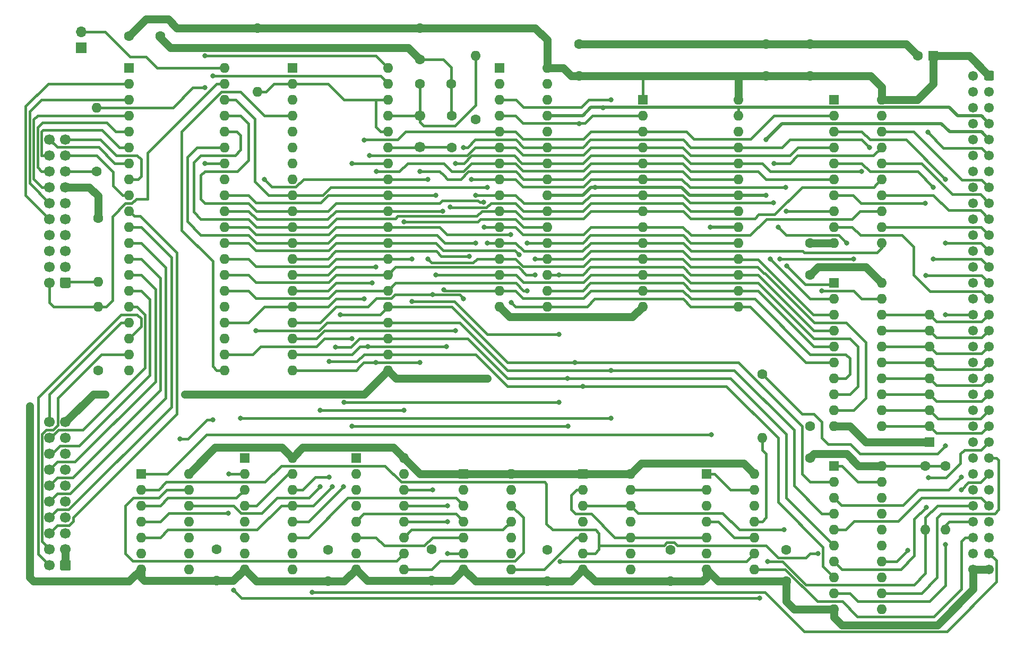
<source format=gbl>
%TF.GenerationSoftware,KiCad,Pcbnew,(5.1.10)-1*%
%TF.CreationDate,2021-07-28T22:43:10+09:30*%
%TF.ProjectId,System4cpu,53797374-656d-4346-9370-752e6b696361,rev?*%
%TF.SameCoordinates,Original*%
%TF.FileFunction,Copper,L2,Bot*%
%TF.FilePolarity,Positive*%
%FSLAX46Y46*%
G04 Gerber Fmt 4.6, Leading zero omitted, Abs format (unit mm)*
G04 Created by KiCad (PCBNEW (5.1.10)-1) date 2021-07-28 22:43:10*
%MOMM*%
%LPD*%
G01*
G04 APERTURE LIST*
%TA.AperFunction,ComponentPad*%
%ADD10O,1.600000X1.600000*%
%TD*%
%TA.AperFunction,ComponentPad*%
%ADD11C,1.600000*%
%TD*%
%TA.AperFunction,ComponentPad*%
%ADD12R,1.600000X1.600000*%
%TD*%
%TA.AperFunction,ComponentPad*%
%ADD13C,1.700000*%
%TD*%
%TA.AperFunction,ComponentPad*%
%ADD14O,1.700000X1.700000*%
%TD*%
%TA.AperFunction,ComponentPad*%
%ADD15R,1.700000X1.700000*%
%TD*%
%TA.AperFunction,ComponentPad*%
%ADD16C,1.550000*%
%TD*%
%TA.AperFunction,ViaPad*%
%ADD17C,0.800000*%
%TD*%
%TA.AperFunction,Conductor*%
%ADD18C,1.270000*%
%TD*%
%TA.AperFunction,Conductor*%
%ADD19C,0.381000*%
%TD*%
%TA.AperFunction,Conductor*%
%ADD20C,0.508000*%
%TD*%
G04 APERTURE END LIST*
D10*
%TO.P,R8,2*%
%TO.N,Net-(C2-Pad1)*%
X136525000Y-46990000D03*
D11*
%TO.P,R8,1*%
%TO.N,Net-(C3-Pad1)*%
X136525000Y-57150000D03*
%TD*%
D10*
%TO.P,U5,40*%
%TO.N,CA1*%
X96520000Y-48895000D03*
%TO.P,U5,20*%
%TO.N,VCC*%
X81280000Y-97155000D03*
%TO.P,U5,39*%
%TO.N,CA2*%
X96520000Y-51435000D03*
%TO.P,U5,19*%
%TO.N,CB2*%
X81280000Y-94615000D03*
%TO.P,U5,38*%
%TO.N,A0*%
X96520000Y-53975000D03*
%TO.P,U5,18*%
%TO.N,CB1*%
X81280000Y-92075000D03*
%TO.P,U5,37*%
%TO.N,A1*%
X96520000Y-56515000D03*
%TO.P,U5,17*%
%TO.N,PB7*%
X81280000Y-89535000D03*
%TO.P,U5,36*%
%TO.N,A2*%
X96520000Y-59055000D03*
%TO.P,U5,16*%
%TO.N,PB6*%
X81280000Y-86995000D03*
%TO.P,U5,35*%
%TO.N,A3*%
X96520000Y-61595000D03*
%TO.P,U5,15*%
%TO.N,PB5*%
X81280000Y-84455000D03*
%TO.P,U5,34*%
%TO.N,NRST*%
X96520000Y-64135000D03*
%TO.P,U5,14*%
%TO.N,PB4*%
X81280000Y-81915000D03*
%TO.P,U5,33*%
%TO.N,D0*%
X96520000Y-66675000D03*
%TO.P,U5,13*%
%TO.N,PB3*%
X81280000Y-79375000D03*
%TO.P,U5,32*%
%TO.N,D1*%
X96520000Y-69215000D03*
%TO.P,U5,12*%
%TO.N,PB2*%
X81280000Y-76835000D03*
%TO.P,U5,31*%
%TO.N,D2*%
X96520000Y-71755000D03*
%TO.P,U5,11*%
%TO.N,PB1*%
X81280000Y-74295000D03*
%TO.P,U5,30*%
%TO.N,D3*%
X96520000Y-74295000D03*
%TO.P,U5,10*%
%TO.N,PB0*%
X81280000Y-71755000D03*
%TO.P,U5,29*%
%TO.N,D4*%
X96520000Y-76835000D03*
%TO.P,U5,9*%
%TO.N,PA7*%
X81280000Y-69215000D03*
%TO.P,U5,28*%
%TO.N,D5*%
X96520000Y-79375000D03*
%TO.P,U5,8*%
%TO.N,PA6*%
X81280000Y-66675000D03*
%TO.P,U5,27*%
%TO.N,D6*%
X96520000Y-81915000D03*
%TO.P,U5,7*%
%TO.N,PA5*%
X81280000Y-64135000D03*
%TO.P,U5,26*%
%TO.N,D7*%
X96520000Y-84455000D03*
%TO.P,U5,6*%
%TO.N,PA4*%
X81280000Y-61595000D03*
%TO.P,U5,25*%
%TO.N,PHI2*%
X96520000Y-86995000D03*
%TO.P,U5,5*%
%TO.N,PA3*%
X81280000Y-59055000D03*
%TO.P,U5,24*%
%TO.N,A7*%
X96520000Y-89535000D03*
%TO.P,U5,4*%
%TO.N,PA2*%
X81280000Y-56515000D03*
%TO.P,U5,23*%
%TO.N,NVIA*%
X96520000Y-92075000D03*
%TO.P,U5,3*%
%TO.N,PA1*%
X81280000Y-53975000D03*
%TO.P,U5,22*%
%TO.N,RNW*%
X96520000Y-94615000D03*
%TO.P,U5,2*%
%TO.N,PA0*%
X81280000Y-51435000D03*
%TO.P,U5,21*%
%TO.N,NIRQ*%
X96520000Y-97155000D03*
D12*
%TO.P,U5,1*%
%TO.N,GND*%
X81280000Y-48895000D03*
%TD*%
D13*
%TO.P,J3,20*%
%TO.N,PB7*%
X68580000Y-105410000D03*
%TO.P,J3,18*%
%TO.N,PB6*%
X68580000Y-107950000D03*
%TO.P,J3,16*%
%TO.N,PB5*%
X68580000Y-110490000D03*
%TO.P,J3,14*%
%TO.N,PB4*%
X68580000Y-113030000D03*
%TO.P,J3,12*%
%TO.N,PB3*%
X68580000Y-115570000D03*
%TO.P,J3,10*%
%TO.N,PB2*%
X68580000Y-118110000D03*
%TO.P,J3,8*%
%TO.N,PB1*%
X68580000Y-120650000D03*
%TO.P,J3,6*%
%TO.N,PB0*%
X68580000Y-123190000D03*
%TO.P,J3,4*%
%TO.N,CB2*%
X68580000Y-125730000D03*
%TO.P,J3,2*%
%TO.N,CB1*%
X68580000Y-128270000D03*
%TO.P,J3,19*%
%TO.N,GND*%
X71120000Y-105410000D03*
%TO.P,J3,17*%
X71120000Y-107950000D03*
%TO.P,J3,15*%
X71120000Y-110490000D03*
%TO.P,J3,13*%
X71120000Y-113030000D03*
%TO.P,J3,11*%
X71120000Y-115570000D03*
%TO.P,J3,9*%
X71120000Y-118110000D03*
%TO.P,J3,7*%
X71120000Y-120650000D03*
%TO.P,J3,5*%
X71120000Y-123190000D03*
%TO.P,J3,3*%
%TO.N,VCC*%
X71120000Y-125730000D03*
%TO.P,J3,1*%
%TA.AperFunction,ComponentPad*%
G36*
G01*
X71970000Y-127670000D02*
X71970000Y-128870000D01*
G75*
G02*
X71720000Y-129120000I-250000J0D01*
G01*
X70520000Y-129120000D01*
G75*
G02*
X70270000Y-128870000I0J250000D01*
G01*
X70270000Y-127670000D01*
G75*
G02*
X70520000Y-127420000I250000J0D01*
G01*
X71720000Y-127420000D01*
G75*
G02*
X71970000Y-127670000I0J-250000D01*
G01*
G37*
%TD.AperFunction*%
%TD*%
%TO.P,J2,20*%
%TO.N,PA5*%
X68580000Y-60325000D03*
%TO.P,J2,18*%
%TO.N,PA4*%
X68580000Y-62865000D03*
%TO.P,J2,16*%
%TO.N,PA3*%
X68580000Y-65405000D03*
%TO.P,J2,14*%
%TO.N,PA2*%
X68580000Y-67945000D03*
%TO.P,J2,12*%
%TO.N,PA1*%
X68580000Y-70485000D03*
%TO.P,J2,10*%
%TO.N,PA0*%
X68580000Y-73025000D03*
%TO.P,J2,8*%
%TO.N,Net-(J2-Pad8)*%
X68580000Y-75565000D03*
%TO.P,J2,6*%
%TO.N,Net-(J2-Pad6)*%
X68580000Y-78105000D03*
%TO.P,J2,4*%
%TO.N,Net-(J2-Pad4)*%
X68580000Y-80645000D03*
%TO.P,J2,2*%
%TO.N,CA2*%
X68580000Y-83185000D03*
%TO.P,J2,19*%
%TO.N,PA6*%
X71120000Y-60325000D03*
%TO.P,J2,17*%
%TO.N,PA7*%
X71120000Y-62865000D03*
%TO.P,J2,15*%
%TO.N,Net-(J2-Pad15)*%
X71120000Y-65405000D03*
%TO.P,J2,13*%
%TO.N,VCC*%
X71120000Y-67945000D03*
%TO.P,J2,11*%
%TO.N,GND*%
X71120000Y-70485000D03*
%TO.P,J2,9*%
%TO.N,Net-(J2-Pad9)*%
X71120000Y-73025000D03*
%TO.P,J2,7*%
%TO.N,Net-(J2-Pad7)*%
X71120000Y-75565000D03*
%TO.P,J2,5*%
%TO.N,Net-(J2-Pad5)*%
X71120000Y-78105000D03*
%TO.P,J2,3*%
%TO.N,Net-(J2-Pad3)*%
X71120000Y-80645000D03*
%TO.P,J2,1*%
%TO.N,CA1*%
%TA.AperFunction,ComponentPad*%
G36*
G01*
X71970000Y-82585000D02*
X71970000Y-83785000D01*
G75*
G02*
X71720000Y-84035000I-250000J0D01*
G01*
X70520000Y-84035000D01*
G75*
G02*
X70270000Y-83785000I0J250000D01*
G01*
X70270000Y-82585000D01*
G75*
G02*
X70520000Y-82335000I250000J0D01*
G01*
X71720000Y-82335000D01*
G75*
G02*
X71970000Y-82585000I0J-250000D01*
G01*
G37*
%TD.AperFunction*%
%TD*%
D10*
%TO.P,U13,40*%
%TO.N,NRST*%
X122555000Y-48895000D03*
%TO.P,U13,20*%
%TO.N,A11*%
X107315000Y-97155000D03*
%TO.P,U13,39*%
%TO.N,PHI2*%
X122555000Y-51435000D03*
%TO.P,U13,19*%
%TO.N,A10*%
X107315000Y-94615000D03*
%TO.P,U13,38*%
%TO.N,Net-(R5-Pad2)*%
X122555000Y-53975000D03*
%TO.P,U13,18*%
%TO.N,A9*%
X107315000Y-92075000D03*
%TO.P,U13,37*%
%TO.N,Net-(C2-Pad1)*%
X122555000Y-56515000D03*
%TO.P,U13,17*%
%TO.N,A8*%
X107315000Y-89535000D03*
%TO.P,U13,36*%
%TO.N,Net-(R5-Pad2)*%
X122555000Y-59055000D03*
%TO.P,U13,16*%
%TO.N,A7*%
X107315000Y-86995000D03*
%TO.P,U13,35*%
%TO.N,Net-(C3-Pad1)*%
X122555000Y-61595000D03*
%TO.P,U13,15*%
%TO.N,A6*%
X107315000Y-84455000D03*
%TO.P,U13,34*%
%TO.N,RNW*%
X122555000Y-64135000D03*
%TO.P,U13,14*%
%TO.N,A5*%
X107315000Y-81915000D03*
%TO.P,U13,33*%
%TO.N,D0*%
X122555000Y-66675000D03*
%TO.P,U13,13*%
%TO.N,A4*%
X107315000Y-79375000D03*
%TO.P,U13,32*%
%TO.N,D1*%
X122555000Y-69215000D03*
%TO.P,U13,12*%
%TO.N,A3*%
X107315000Y-76835000D03*
%TO.P,U13,31*%
%TO.N,D2*%
X122555000Y-71755000D03*
%TO.P,U13,11*%
%TO.N,A2*%
X107315000Y-74295000D03*
%TO.P,U13,30*%
%TO.N,D3*%
X122555000Y-74295000D03*
%TO.P,U13,10*%
%TO.N,A1*%
X107315000Y-71755000D03*
%TO.P,U13,29*%
%TO.N,D4*%
X122555000Y-76835000D03*
%TO.P,U13,9*%
%TO.N,A0*%
X107315000Y-69215000D03*
%TO.P,U13,28*%
%TO.N,D5*%
X122555000Y-79375000D03*
%TO.P,U13,8*%
%TO.N,VCC*%
X107315000Y-66675000D03*
%TO.P,U13,27*%
%TO.N,D6*%
X122555000Y-81915000D03*
%TO.P,U13,7*%
%TO.N,SYNC*%
X107315000Y-64135000D03*
%TO.P,U13,26*%
%TO.N,D7*%
X122555000Y-84455000D03*
%TO.P,U13,6*%
%TO.N,NMI*%
X107315000Y-61595000D03*
%TO.P,U13,25*%
%TO.N,A15*%
X122555000Y-86995000D03*
%TO.P,U13,5*%
%TO.N,Net-(U13-Pad5)*%
X107315000Y-59055000D03*
%TO.P,U13,24*%
%TO.N,A14*%
X122555000Y-89535000D03*
%TO.P,U13,4*%
%TO.N,NIRQ*%
X107315000Y-56515000D03*
%TO.P,U13,23*%
%TO.N,A13*%
X122555000Y-92075000D03*
%TO.P,U13,3*%
%TO.N,Net-(U13-Pad3)*%
X107315000Y-53975000D03*
%TO.P,U13,22*%
%TO.N,A12*%
X122555000Y-94615000D03*
%TO.P,U13,2*%
%TO.N,Net-(R5-Pad2)*%
X107315000Y-51435000D03*
%TO.P,U13,21*%
%TO.N,GND*%
X122555000Y-97155000D03*
D12*
%TO.P,U13,1*%
X107315000Y-48895000D03*
%TD*%
D10*
%TO.P,U12,14*%
%TO.N,VCC*%
X90805000Y-113665000D03*
%TO.P,U12,7*%
%TO.N,GND*%
X83185000Y-128905000D03*
%TO.P,U12,13*%
%TO.N,NVIA*%
X90805000Y-116205000D03*
%TO.P,U12,6*%
%TO.N,NBLKEF*%
X83185000Y-126365000D03*
%TO.P,U12,12*%
%TO.N,NRAMCS*%
X90805000Y-118745000D03*
%TO.P,U12,5*%
%TO.N,A13*%
X83185000Y-123825000D03*
%TO.P,U12,11*%
%TO.N,N/C*%
X90805000Y-121285000D03*
%TO.P,U12,4*%
%TO.N,A14*%
X83185000Y-121285000D03*
%TO.P,U12,10*%
%TO.N,N/C*%
X90805000Y-123825000D03*
%TO.P,U12,3*%
%TO.N,A15*%
X83185000Y-118745000D03*
%TO.P,U12,9*%
%TO.N,N/C*%
X90805000Y-126365000D03*
%TO.P,U12,2*%
%TO.N,NOB*%
X83185000Y-116205000D03*
%TO.P,U12,8*%
%TO.N,N/C*%
X90805000Y-128905000D03*
D12*
%TO.P,U12,1*%
%TO.N,NBLKEF*%
X83185000Y-113665000D03*
%TD*%
D10*
%TO.P,U11,14*%
%TO.N,VCC*%
X142240000Y-113665000D03*
%TO.P,U11,7*%
%TO.N,GND*%
X134620000Y-128905000D03*
%TO.P,U11,13*%
%TO.N,N/C*%
X142240000Y-116205000D03*
%TO.P,U11,6*%
%TO.N,Net-(U10-Pad12)*%
X134620000Y-126365000D03*
%TO.P,U11,12*%
%TO.N,Net-(U10-Pad9)*%
X142240000Y-118745000D03*
%TO.P,U11,5*%
%TO.N,Net-(U10-Pad6)*%
X134620000Y-123825000D03*
%TO.P,U11,11*%
%TO.N,Net-(U10-Pad11)*%
X142240000Y-121285000D03*
%TO.P,U11,4*%
%TO.N,Net-(U10-Pad5)*%
X134620000Y-121285000D03*
%TO.P,U11,10*%
%TO.N,N/C*%
X142240000Y-123825000D03*
%TO.P,U11,3*%
%TO.N,NBLK1*%
X134620000Y-118745000D03*
%TO.P,U11,9*%
%TO.N,N/C*%
X142240000Y-126365000D03*
%TO.P,U11,2*%
%TO.N,VCC*%
X134620000Y-116205000D03*
%TO.P,U11,8*%
%TO.N,Net-(U11-Pad8)*%
X142240000Y-128905000D03*
D12*
%TO.P,U11,1*%
%TO.N,VCC*%
X134620000Y-113665000D03*
%TD*%
D10*
%TO.P,U10,16*%
%TO.N,VCC*%
X125095000Y-111125000D03*
%TO.P,U10,8*%
%TO.N,GND*%
X117475000Y-128905000D03*
%TO.P,U10,15*%
%TO.N,Net-(U10-Pad15)*%
X125095000Y-113665000D03*
%TO.P,U10,7*%
X117475000Y-126365000D03*
%TO.P,U10,14*%
%TO.N,A8*%
X125095000Y-116205000D03*
%TO.P,U10,6*%
%TO.N,Net-(U10-Pad6)*%
X117475000Y-123825000D03*
%TO.P,U10,13*%
%TO.N,A9*%
X125095000Y-118745000D03*
%TO.P,U10,5*%
%TO.N,Net-(U10-Pad5)*%
X117475000Y-121285000D03*
%TO.P,U10,12*%
%TO.N,Net-(U10-Pad12)*%
X125095000Y-121285000D03*
%TO.P,U10,4*%
%TO.N,Net-(U10-Pad4)*%
X117475000Y-118745000D03*
%TO.P,U10,11*%
%TO.N,Net-(U10-Pad11)*%
X125095000Y-123825000D03*
%TO.P,U10,3*%
%TO.N,A11*%
X117475000Y-116205000D03*
%TO.P,U10,10*%
%TO.N,NVIA*%
X125095000Y-126365000D03*
%TO.P,U10,2*%
%TO.N,A10*%
X117475000Y-113665000D03*
%TO.P,U10,9*%
%TO.N,Net-(U10-Pad9)*%
X125095000Y-128905000D03*
D12*
%TO.P,U10,1*%
%TO.N,NBLK0*%
X117475000Y-111125000D03*
%TD*%
D10*
%TO.P,U9,16*%
%TO.N,VCC*%
X107315000Y-111125000D03*
%TO.P,U9,8*%
%TO.N,GND*%
X99695000Y-128905000D03*
%TO.P,U9,15*%
%TO.N,Net-(U9-Pad15)*%
X107315000Y-113665000D03*
%TO.P,U9,7*%
%TO.N,Net-(U9-Pad7)*%
X99695000Y-126365000D03*
%TO.P,U9,14*%
%TO.N,A12*%
X107315000Y-116205000D03*
%TO.P,U9,6*%
%TO.N,Net-(U9-Pad6)*%
X99695000Y-123825000D03*
%TO.P,U9,13*%
%TO.N,A13*%
X107315000Y-118745000D03*
%TO.P,U9,5*%
%TO.N,Net-(U9-Pad5)*%
X99695000Y-121285000D03*
%TO.P,U9,12*%
%TO.N,NBLK0*%
X107315000Y-121285000D03*
%TO.P,U9,4*%
%TO.N,Net-(U9-Pad15)*%
X99695000Y-118745000D03*
%TO.P,U9,11*%
%TO.N,NBLK1*%
X107315000Y-123825000D03*
%TO.P,U9,3*%
%TO.N,A15*%
X99695000Y-116205000D03*
%TO.P,U9,10*%
%TO.N,Net-(U9-Pad10)*%
X107315000Y-126365000D03*
%TO.P,U9,2*%
%TO.N,A14*%
X99695000Y-113665000D03*
%TO.P,U9,9*%
%TO.N,Net-(U9-Pad9)*%
X107315000Y-128905000D03*
D12*
%TO.P,U9,1*%
%TO.N,GND*%
X99695000Y-111125000D03*
%TD*%
D10*
%TO.P,U8,14*%
%TO.N,VCC*%
X161290000Y-113665000D03*
%TO.P,U8,7*%
%TO.N,GND*%
X153670000Y-128905000D03*
%TO.P,U8,13*%
%TO.N,PHI2*%
X161290000Y-116205000D03*
%TO.P,U8,6*%
%TO.N,NOB*%
X153670000Y-126365000D03*
%TO.P,U8,12*%
%TO.N,WNR*%
X161290000Y-118745000D03*
%TO.P,U8,5*%
%TO.N,Net-(U11-Pad8)*%
X153670000Y-123825000D03*
%TO.P,U8,11*%
%TO.N,NWDS*%
X161290000Y-121285000D03*
%TO.P,U8,4*%
%TO.N,Net-(U11-Pad8)*%
X153670000Y-121285000D03*
%TO.P,U8,10*%
%TO.N,RNW*%
X161290000Y-123825000D03*
%TO.P,U8,3*%
%TO.N,WNR*%
X153670000Y-118745000D03*
%TO.P,U8,9*%
%TO.N,PHI2*%
X161290000Y-126365000D03*
%TO.P,U8,2*%
%TO.N,RNW*%
X153670000Y-116205000D03*
%TO.P,U8,8*%
%TO.N,NRDS*%
X161290000Y-128905000D03*
D12*
%TO.P,U8,1*%
%TO.N,VCC*%
X153670000Y-113665000D03*
%TD*%
D10*
%TO.P,U7,32*%
%TO.N,VCC*%
X147955000Y-48895000D03*
%TO.P,U7,16*%
%TO.N,GND*%
X140335000Y-86995000D03*
%TO.P,U7,31*%
%TO.N,A15*%
X147955000Y-51435000D03*
%TO.P,U7,15*%
%TO.N,D2*%
X140335000Y-84455000D03*
%TO.P,U7,30*%
%TO.N,VCC*%
X147955000Y-53975000D03*
%TO.P,U7,14*%
%TO.N,D1*%
X140335000Y-81915000D03*
%TO.P,U7,29*%
%TO.N,NWDS*%
X147955000Y-56515000D03*
%TO.P,U7,13*%
%TO.N,D0*%
X140335000Y-79375000D03*
%TO.P,U7,28*%
%TO.N,A13*%
X147955000Y-59055000D03*
%TO.P,U7,12*%
%TO.N,A0*%
X140335000Y-76835000D03*
%TO.P,U7,27*%
%TO.N,A8*%
X147955000Y-61595000D03*
%TO.P,U7,11*%
%TO.N,A1*%
X140335000Y-74295000D03*
%TO.P,U7,26*%
%TO.N,A9*%
X147955000Y-64135000D03*
%TO.P,U7,10*%
%TO.N,A2*%
X140335000Y-71755000D03*
%TO.P,U7,25*%
%TO.N,A11*%
X147955000Y-66675000D03*
%TO.P,U7,9*%
%TO.N,A3*%
X140335000Y-69215000D03*
%TO.P,U7,24*%
%TO.N,NRDS*%
X147955000Y-69215000D03*
%TO.P,U7,8*%
%TO.N,A4*%
X140335000Y-66675000D03*
%TO.P,U7,23*%
%TO.N,A10*%
X147955000Y-71755000D03*
%TO.P,U7,7*%
%TO.N,A5*%
X140335000Y-64135000D03*
%TO.P,U7,22*%
%TO.N,NRAMCS*%
X147955000Y-74295000D03*
%TO.P,U7,6*%
%TO.N,A6*%
X140335000Y-61595000D03*
%TO.P,U7,21*%
%TO.N,D7*%
X147955000Y-76835000D03*
%TO.P,U7,5*%
%TO.N,A7*%
X140335000Y-59055000D03*
%TO.P,U7,20*%
%TO.N,D6*%
X147955000Y-79375000D03*
%TO.P,U7,4*%
%TO.N,A12*%
X140335000Y-56515000D03*
%TO.P,U7,19*%
%TO.N,D5*%
X147955000Y-81915000D03*
%TO.P,U7,3*%
%TO.N,A14*%
X140335000Y-53975000D03*
%TO.P,U7,18*%
%TO.N,D4*%
X147955000Y-84455000D03*
%TO.P,U7,2*%
%TO.N,Net-(U7-Pad2)*%
X140335000Y-51435000D03*
%TO.P,U7,17*%
%TO.N,D3*%
X147955000Y-86995000D03*
D12*
%TO.P,U7,1*%
%TO.N,Net-(U7-Pad1)*%
X140335000Y-48895000D03*
%TD*%
D10*
%TO.P,U4,20*%
%TO.N,VCC*%
X201295000Y-112395000D03*
%TO.P,U4,10*%
%TO.N,GND*%
X193675000Y-135255000D03*
%TO.P,U4,19*%
%TO.N,NOB*%
X201295000Y-114935000D03*
%TO.P,U4,9*%
%TO.N,/eurocard/BA11*%
X193675000Y-132715000D03*
%TO.P,U4,18*%
%TO.N,/eurocard/BA15*%
X201295000Y-117475000D03*
%TO.P,U4,8*%
%TO.N,A12*%
X193675000Y-130175000D03*
%TO.P,U4,17*%
%TO.N,A8*%
X201295000Y-120015000D03*
%TO.P,U4,7*%
%TO.N,/eurocard/BA10*%
X193675000Y-127635000D03*
%TO.P,U4,16*%
%TO.N,/eurocard/BA14*%
X201295000Y-122555000D03*
%TO.P,U4,6*%
%TO.N,A13*%
X193675000Y-125095000D03*
%TO.P,U4,15*%
%TO.N,A9*%
X201295000Y-125095000D03*
%TO.P,U4,5*%
%TO.N,/eurocard/BA9*%
X193675000Y-122555000D03*
%TO.P,U4,14*%
%TO.N,/eurocard/BA13*%
X201295000Y-127635000D03*
%TO.P,U4,4*%
%TO.N,A14*%
X193675000Y-120015000D03*
%TO.P,U4,13*%
%TO.N,A10*%
X201295000Y-130175000D03*
%TO.P,U4,3*%
%TO.N,/eurocard/BA8*%
X193675000Y-117475000D03*
%TO.P,U4,12*%
%TO.N,/eurocard/BA12*%
X201295000Y-132715000D03*
%TO.P,U4,2*%
%TO.N,A15*%
X193675000Y-114935000D03*
%TO.P,U4,11*%
%TO.N,A11*%
X201295000Y-135255000D03*
D12*
%TO.P,U4,1*%
%TO.N,NOB*%
X193675000Y-112395000D03*
%TD*%
D10*
%TO.P,U3,20*%
%TO.N,VCC*%
X201295000Y-83185000D03*
%TO.P,U3,10*%
%TO.N,GND*%
X193675000Y-106045000D03*
%TO.P,U3,19*%
%TO.N,NOB*%
X201295000Y-85725000D03*
%TO.P,U3,9*%
%TO.N,D0*%
X193675000Y-103505000D03*
%TO.P,U3,18*%
%TO.N,/eurocard/BD7*%
X201295000Y-88265000D03*
%TO.P,U3,8*%
%TO.N,D1*%
X193675000Y-100965000D03*
%TO.P,U3,17*%
%TO.N,/eurocard/BD6*%
X201295000Y-90805000D03*
%TO.P,U3,7*%
%TO.N,D2*%
X193675000Y-98425000D03*
%TO.P,U3,16*%
%TO.N,/eurocard/BD5*%
X201295000Y-93345000D03*
%TO.P,U3,6*%
%TO.N,D3*%
X193675000Y-95885000D03*
%TO.P,U3,15*%
%TO.N,/eurocard/BD4*%
X201295000Y-95885000D03*
%TO.P,U3,5*%
%TO.N,D4*%
X193675000Y-93345000D03*
%TO.P,U3,14*%
%TO.N,/eurocard/BD3*%
X201295000Y-98425000D03*
%TO.P,U3,4*%
%TO.N,D5*%
X193675000Y-90805000D03*
%TO.P,U3,13*%
%TO.N,/eurocard/BD2*%
X201295000Y-100965000D03*
%TO.P,U3,3*%
%TO.N,D6*%
X193675000Y-88265000D03*
%TO.P,U3,12*%
%TO.N,/eurocard/BD1*%
X201295000Y-103505000D03*
%TO.P,U3,2*%
%TO.N,D7*%
X193675000Y-85725000D03*
%TO.P,U3,11*%
%TO.N,/eurocard/BD0*%
X201295000Y-106045000D03*
D12*
%TO.P,U3,1*%
%TO.N,WNR*%
X193675000Y-83185000D03*
%TD*%
D10*
%TO.P,U2,20*%
%TO.N,VCC*%
X201295000Y-53975000D03*
%TO.P,U2,10*%
%TO.N,GND*%
X193675000Y-76835000D03*
%TO.P,U2,19*%
%TO.N,NOB*%
X201295000Y-56515000D03*
%TO.P,U2,9*%
%TO.N,/eurocard/BA0*%
X193675000Y-74295000D03*
%TO.P,U2,18*%
%TO.N,/eurocard/BA7*%
X201295000Y-59055000D03*
%TO.P,U2,8*%
%TO.N,A4*%
X193675000Y-71755000D03*
%TO.P,U2,17*%
%TO.N,A3*%
X201295000Y-61595000D03*
%TO.P,U2,7*%
%TO.N,/eurocard/BA1*%
X193675000Y-69215000D03*
%TO.P,U2,16*%
%TO.N,/eurocard/BA6*%
X201295000Y-64135000D03*
%TO.P,U2,6*%
%TO.N,A5*%
X193675000Y-66675000D03*
%TO.P,U2,15*%
%TO.N,A2*%
X201295000Y-66675000D03*
%TO.P,U2,5*%
%TO.N,/eurocard/BA2*%
X193675000Y-64135000D03*
%TO.P,U2,14*%
%TO.N,/eurocard/BA5*%
X201295000Y-69215000D03*
%TO.P,U2,4*%
%TO.N,A6*%
X193675000Y-61595000D03*
%TO.P,U2,13*%
%TO.N,A1*%
X201295000Y-71755000D03*
%TO.P,U2,3*%
%TO.N,/eurocard/BA3*%
X193675000Y-59055000D03*
%TO.P,U2,12*%
%TO.N,/eurocard/BA4*%
X201295000Y-74295000D03*
%TO.P,U2,2*%
%TO.N,A7*%
X193675000Y-56515000D03*
%TO.P,U2,11*%
%TO.N,A0*%
X201295000Y-76835000D03*
D12*
%TO.P,U2,1*%
%TO.N,NOB*%
X193675000Y-53975000D03*
%TD*%
D10*
%TO.P,U1,14*%
%TO.N,VCC*%
X180975000Y-113665000D03*
%TO.P,U1,7*%
%TO.N,GND*%
X173355000Y-128905000D03*
%TO.P,U1,13*%
X180975000Y-116205000D03*
%TO.P,U1,6*%
%TO.N,/eurocard/BRNW*%
X173355000Y-126365000D03*
%TO.P,U1,12*%
%TO.N,Net-(U1-Pad12)*%
X180975000Y-118745000D03*
%TO.P,U1,5*%
%TO.N,RNW*%
X173355000Y-123825000D03*
%TO.P,U1,11*%
%TO.N,Net-(R1-Pad2)*%
X180975000Y-121285000D03*
%TO.P,U1,4*%
%TO.N,GND*%
X173355000Y-121285000D03*
%TO.P,U1,10*%
X180975000Y-123825000D03*
%TO.P,U1,3*%
%TO.N,/eurocard/BPHI2*%
X173355000Y-118745000D03*
%TO.P,U1,9*%
%TO.N,SYNC*%
X180975000Y-126365000D03*
%TO.P,U1,2*%
%TO.N,PHI2*%
X173355000Y-116205000D03*
%TO.P,U1,8*%
%TO.N,/eurocard/BSYNC*%
X180975000Y-128905000D03*
D12*
%TO.P,U1,1*%
%TO.N,GND*%
X173355000Y-113665000D03*
%TD*%
D10*
%TO.P,RN1,9*%
%TO.N,/eurocard/BD7*%
X208915000Y-88265000D03*
%TO.P,RN1,8*%
%TO.N,/eurocard/BD6*%
X208915000Y-90805000D03*
%TO.P,RN1,7*%
%TO.N,/eurocard/BD5*%
X208915000Y-93345000D03*
%TO.P,RN1,6*%
%TO.N,/eurocard/BD4*%
X208915000Y-95885000D03*
%TO.P,RN1,5*%
%TO.N,/eurocard/BD3*%
X208915000Y-98425000D03*
%TO.P,RN1,4*%
%TO.N,/eurocard/BD2*%
X208915000Y-100965000D03*
%TO.P,RN1,3*%
%TO.N,/eurocard/BD1*%
X208915000Y-103505000D03*
%TO.P,RN1,2*%
%TO.N,/eurocard/BD0*%
X208915000Y-106045000D03*
D12*
%TO.P,RN1,1*%
%TO.N,GND*%
X208915000Y-108585000D03*
%TD*%
D10*
%TO.P,R7,2*%
%TO.N,NIRQ*%
X208280000Y-122555000D03*
D11*
%TO.P,R7,1*%
%TO.N,VCC*%
X208280000Y-112395000D03*
%TD*%
D10*
%TO.P,R6,2*%
%TO.N,NMI*%
X211455000Y-122555000D03*
D11*
%TO.P,R6,1*%
%TO.N,VCC*%
X211455000Y-112395000D03*
%TD*%
D10*
%TO.P,R5,2*%
%TO.N,Net-(R5-Pad2)*%
X101727000Y-52705000D03*
D11*
%TO.P,R5,1*%
%TO.N,VCC*%
X101727000Y-42545000D03*
%TD*%
D10*
%TO.P,R4,2*%
%TO.N,CA2*%
X76327000Y-86995000D03*
D11*
%TO.P,R4,1*%
%TO.N,VCC*%
X76327000Y-97155000D03*
%TD*%
D10*
%TO.P,R3,2*%
%TO.N,CA1*%
X76327000Y-83058000D03*
D11*
%TO.P,R3,1*%
%TO.N,VCC*%
X76327000Y-72898000D03*
%TD*%
D10*
%TO.P,R2,2*%
%TO.N,NRST*%
X76073000Y-55245000D03*
D11*
%TO.P,R2,1*%
%TO.N,Net-(J2-Pad15)*%
X76073000Y-65405000D03*
%TD*%
D10*
%TO.P,R1,2*%
%TO.N,Net-(R1-Pad2)*%
X182245000Y-107950000D03*
D11*
%TO.P,R1,1*%
%TO.N,/eurocard/B4MHZ*%
X182245000Y-97790000D03*
%TD*%
D14*
%TO.P,J4,2*%
%TO.N,CA1*%
X73660000Y-43180000D03*
D15*
%TO.P,J4,1*%
%TO.N,PA7*%
X73660000Y-45720000D03*
%TD*%
D16*
%TO.P,J1,b32*%
%TO.N,GND*%
X215900000Y-128905000D03*
%TO.P,J1,b31*%
%TO.N,Net-(J1-Padb31)*%
X215900000Y-126365000D03*
%TO.P,J1,b30*%
%TO.N,/eurocard/BSYNC*%
X215900000Y-123825000D03*
%TO.P,J1,b29*%
%TO.N,NMI*%
X215900000Y-121285000D03*
%TO.P,J1,b28*%
%TO.N,NIRQ*%
X215900000Y-118745000D03*
%TO.P,J1,b27*%
%TO.N,Net-(J1-Padb27)*%
X215900000Y-116205000D03*
%TO.P,J1,b26*%
%TO.N,Net-(J1-Padb26)*%
X215900000Y-113665000D03*
%TO.P,J1,b25*%
%TO.N,Net-(J1-Padb25)*%
X215900000Y-111125000D03*
%TO.P,J1,b24*%
%TO.N,Net-(J1-Padb24)*%
X215900000Y-108585000D03*
%TO.P,J1,b23*%
%TO.N,Net-(J1-Padb23)*%
X215900000Y-106045000D03*
%TO.P,J1,b22*%
%TO.N,Net-(J1-Padb22)*%
X215900000Y-103505000D03*
%TO.P,J1,b21*%
%TO.N,Net-(J1-Padb21)*%
X215900000Y-100965000D03*
%TO.P,J1,b20*%
%TO.N,Net-(J1-Padb20)*%
X215900000Y-98425000D03*
%TO.P,J1,b19*%
%TO.N,Net-(J1-Padb19)*%
X215900000Y-95885000D03*
%TO.P,J1,b18*%
%TO.N,Net-(J1-Padb18)*%
X215900000Y-93345000D03*
%TO.P,J1,b17*%
%TO.N,Net-(J1-Padb17)*%
X215900000Y-90805000D03*
%TO.P,J1,b16*%
%TO.N,/eurocard/B4MHZ*%
X215900000Y-88265000D03*
%TO.P,J1,b15*%
%TO.N,Net-(J1-Padb15)*%
X215900000Y-85725000D03*
%TO.P,J1,b14*%
%TO.N,Net-(J1-Padb14)*%
X215900000Y-83185000D03*
%TO.P,J1,b13*%
%TO.N,Net-(J1-Padb13)*%
X215900000Y-80645000D03*
%TO.P,J1,b12*%
%TO.N,Net-(J1-Padb12)*%
X215900000Y-78105000D03*
%TO.P,J1,b11*%
%TO.N,Net-(J1-Padb11)*%
X215900000Y-75565000D03*
%TO.P,J1,b10*%
%TO.N,Net-(J1-Padb10)*%
X215900000Y-73025000D03*
%TO.P,J1,b9*%
%TO.N,Net-(J1-Padb9)*%
X215900000Y-70485000D03*
%TO.P,J1,b8*%
%TO.N,Net-(J1-Padb8)*%
X215900000Y-67945000D03*
%TO.P,J1,b7*%
%TO.N,Net-(J1-Padb7)*%
X215900000Y-65405000D03*
%TO.P,J1,b6*%
%TO.N,Net-(J1-Padb6)*%
X215900000Y-62865000D03*
%TO.P,J1,b5*%
%TO.N,Net-(J1-Padb5)*%
X215900000Y-60325000D03*
%TO.P,J1,b4*%
%TO.N,Net-(J1-Padb4)*%
X215900000Y-57785000D03*
%TO.P,J1,b3*%
%TO.N,Net-(J1-Padb3)*%
X215900000Y-55245000D03*
%TO.P,J1,b2*%
%TO.N,Net-(J1-Padb2)*%
X215900000Y-52705000D03*
%TO.P,J1,b1*%
%TO.N,Net-(J1-Padb1)*%
X215900000Y-50165000D03*
%TO.P,J1,a32*%
%TO.N,GND*%
X218440000Y-128905000D03*
%TO.P,J1,a31*%
%TO.N,NBLK0*%
X218440000Y-126365000D03*
%TO.P,J1,a30*%
%TO.N,/eurocard/BRNW*%
X218440000Y-123825000D03*
%TO.P,J1,a29*%
%TO.N,/eurocard/BPHI2*%
X218440000Y-121285000D03*
%TO.P,J1,a28*%
%TO.N,/eurocard/BA9*%
X218440000Y-118745000D03*
%TO.P,J1,a27*%
%TO.N,/eurocard/BA10*%
X218440000Y-116205000D03*
%TO.P,J1,a26*%
%TO.N,/eurocard/BA11*%
X218440000Y-113665000D03*
%TO.P,J1,a25*%
%TO.N,/eurocard/BA12*%
X218440000Y-111125000D03*
%TO.P,J1,a24*%
%TO.N,/eurocard/BA13*%
X218440000Y-108585000D03*
%TO.P,J1,a23*%
%TO.N,/eurocard/BD0*%
X218440000Y-106045000D03*
%TO.P,J1,a22*%
%TO.N,/eurocard/BD1*%
X218440000Y-103505000D03*
%TO.P,J1,a21*%
%TO.N,/eurocard/BD2*%
X218440000Y-100965000D03*
%TO.P,J1,a20*%
%TO.N,/eurocard/BD3*%
X218440000Y-98425000D03*
%TO.P,J1,a19*%
%TO.N,/eurocard/BD4*%
X218440000Y-95885000D03*
%TO.P,J1,a18*%
%TO.N,/eurocard/BD5*%
X218440000Y-93345000D03*
%TO.P,J1,a17*%
%TO.N,/eurocard/BD6*%
X218440000Y-90805000D03*
%TO.P,J1,a16*%
%TO.N,/eurocard/BD7*%
X218440000Y-88265000D03*
%TO.P,J1,a15*%
%TO.N,/eurocard/BA0*%
X218440000Y-85725000D03*
%TO.P,J1,a14*%
%TO.N,/eurocard/BA1*%
X218440000Y-83185000D03*
%TO.P,J1,a13*%
%TO.N,/eurocard/BA2*%
X218440000Y-80645000D03*
%TO.P,J1,a12*%
%TO.N,/eurocard/BA3*%
X218440000Y-78105000D03*
%TO.P,J1,a11*%
%TO.N,/eurocard/BA4*%
X218440000Y-75565000D03*
%TO.P,J1,a10*%
%TO.N,/eurocard/BA5*%
X218440000Y-73025000D03*
%TO.P,J1,a9*%
%TO.N,/eurocard/BA6*%
X218440000Y-70485000D03*
%TO.P,J1,a8*%
%TO.N,/eurocard/BA7*%
X218440000Y-67945000D03*
%TO.P,J1,a7*%
%TO.N,/eurocard/BA8*%
X218440000Y-65405000D03*
%TO.P,J1,a6*%
%TO.N,NRST*%
X218440000Y-62865000D03*
%TO.P,J1,a5*%
%TO.N,NRDS*%
X218440000Y-60325000D03*
%TO.P,J1,a4*%
%TO.N,NWDS*%
X218440000Y-57785000D03*
%TO.P,J1,a3*%
%TO.N,/eurocard/BA14*%
X218440000Y-55245000D03*
%TO.P,J1,a2*%
%TO.N,/eurocard/BA15*%
X218440000Y-52705000D03*
%TO.P,J1,a1*%
%TO.N,VCC*%
%TA.AperFunction,ComponentPad*%
G36*
G01*
X217914999Y-49390000D02*
X218965001Y-49390000D01*
G75*
G02*
X219215000Y-49639999I0J-249999D01*
G01*
X219215000Y-50690001D01*
G75*
G02*
X218965001Y-50940000I-249999J0D01*
G01*
X217914999Y-50940000D01*
G75*
G02*
X217665000Y-50690001I0J249999D01*
G01*
X217665000Y-49639999D01*
G75*
G02*
X217914999Y-49390000I249999J0D01*
G01*
G37*
%TD.AperFunction*%
%TD*%
D11*
%TO.P,C14,2*%
%TO.N,GND*%
X153035000Y-45165000D03*
%TO.P,C14,1*%
%TO.N,VCC*%
X153035000Y-50165000D03*
%TD*%
%TO.P,C13,2*%
%TO.N,GND*%
X167640000Y-130810000D03*
%TO.P,C13,1*%
%TO.N,VCC*%
X167640000Y-125810000D03*
%TD*%
%TO.P,C12,2*%
%TO.N,GND*%
X147955000Y-130810000D03*
%TO.P,C12,1*%
%TO.N,VCC*%
X147955000Y-125810000D03*
%TD*%
%TO.P,C11,2*%
%TO.N,GND*%
X129540000Y-130730000D03*
%TO.P,C11,1*%
%TO.N,VCC*%
X129540000Y-125730000D03*
%TD*%
%TO.P,C10,2*%
%TO.N,GND*%
X113030000Y-130810000D03*
%TO.P,C10,1*%
%TO.N,VCC*%
X113030000Y-125810000D03*
%TD*%
%TO.P,C9,2*%
%TO.N,GND*%
X95250000Y-130730000D03*
%TO.P,C9,1*%
%TO.N,VCC*%
X95250000Y-125730000D03*
%TD*%
%TO.P,C8,2*%
%TO.N,GND*%
X186055000Y-130810000D03*
%TO.P,C8,1*%
%TO.N,VCC*%
X186055000Y-125810000D03*
%TD*%
%TO.P,C7,2*%
%TO.N,GND*%
X182880000Y-45165000D03*
%TO.P,C7,1*%
%TO.N,VCC*%
X182880000Y-50165000D03*
%TD*%
%TO.P,C6,2*%
%TO.N,GND*%
X189865000Y-45165000D03*
%TO.P,C6,1*%
%TO.N,VCC*%
X189865000Y-50165000D03*
%TD*%
%TO.P,C5,2*%
%TO.N,GND*%
X189865000Y-76915000D03*
%TO.P,C5,1*%
%TO.N,VCC*%
X189865000Y-81915000D03*
%TD*%
%TO.P,C4,2*%
%TO.N,GND*%
X207050000Y-46990000D03*
D12*
%TO.P,C4,1*%
%TO.N,VCC*%
X209550000Y-46990000D03*
%TD*%
D11*
%TO.P,C3,2*%
%TO.N,GND*%
X132715000Y-56595000D03*
%TO.P,C3,1*%
%TO.N,Net-(C3-Pad1)*%
X132715000Y-61595000D03*
%TD*%
%TO.P,C2,2*%
%TO.N,GND*%
X132635000Y-51435000D03*
%TO.P,C2,1*%
%TO.N,Net-(C2-Pad1)*%
X127635000Y-51435000D03*
%TD*%
D12*
%TO.P,U6,1*%
%TO.N,VCC*%
X163195000Y-53975000D03*
D10*
%TO.P,U6,15*%
%TO.N,D3*%
X178435000Y-86995000D03*
%TO.P,U6,2*%
%TO.N,A12*%
X163195000Y-56515000D03*
%TO.P,U6,16*%
%TO.N,D4*%
X178435000Y-84455000D03*
%TO.P,U6,3*%
%TO.N,A7*%
X163195000Y-59055000D03*
%TO.P,U6,17*%
%TO.N,D5*%
X178435000Y-81915000D03*
%TO.P,U6,4*%
%TO.N,A6*%
X163195000Y-61595000D03*
%TO.P,U6,18*%
%TO.N,D6*%
X178435000Y-79375000D03*
%TO.P,U6,5*%
%TO.N,A5*%
X163195000Y-64135000D03*
%TO.P,U6,19*%
%TO.N,D7*%
X178435000Y-76835000D03*
%TO.P,U6,6*%
%TO.N,A4*%
X163195000Y-66675000D03*
%TO.P,U6,20*%
%TO.N,NBLKEF*%
X178435000Y-74295000D03*
%TO.P,U6,7*%
%TO.N,A3*%
X163195000Y-69215000D03*
%TO.P,U6,21*%
%TO.N,A10*%
X178435000Y-71755000D03*
%TO.P,U6,8*%
%TO.N,A2*%
X163195000Y-71755000D03*
%TO.P,U6,22*%
%TO.N,NRDS*%
X178435000Y-69215000D03*
%TO.P,U6,9*%
%TO.N,A1*%
X163195000Y-74295000D03*
%TO.P,U6,23*%
%TO.N,A11*%
X178435000Y-66675000D03*
%TO.P,U6,10*%
%TO.N,A0*%
X163195000Y-76835000D03*
%TO.P,U6,24*%
%TO.N,A9*%
X178435000Y-64135000D03*
%TO.P,U6,11*%
%TO.N,D0*%
X163195000Y-79375000D03*
%TO.P,U6,25*%
%TO.N,A8*%
X178435000Y-61595000D03*
%TO.P,U6,12*%
%TO.N,D1*%
X163195000Y-81915000D03*
%TO.P,U6,26*%
%TO.N,GND*%
X178435000Y-59055000D03*
%TO.P,U6,13*%
%TO.N,D2*%
X163195000Y-84455000D03*
%TO.P,U6,27*%
%TO.N,NWDS*%
X178435000Y-56515000D03*
%TO.P,U6,14*%
%TO.N,GND*%
X163195000Y-86995000D03*
%TO.P,U6,28*%
%TO.N,VCC*%
X178435000Y-53975000D03*
%TD*%
D13*
%TO.P,Y1,1*%
%TO.N,Net-(C2-Pad1)*%
X127635000Y-56515000D03*
%TO.P,Y1,2*%
%TO.N,Net-(C3-Pad1)*%
X127635000Y-61515000D03*
%TD*%
D11*
%TO.P,C1,1*%
%TO.N,VCC*%
X127635000Y-42545000D03*
%TO.P,C1,2*%
%TO.N,GND*%
X127635000Y-47545000D03*
%TD*%
%TO.P,C15,2*%
%TO.N,GND*%
X86280000Y-43815000D03*
%TO.P,C15,1*%
%TO.N,VCC*%
X81280000Y-43815000D03*
%TD*%
%TO.P,C16,1*%
%TO.N,VCC*%
X189865000Y-111125000D03*
%TO.P,C16,2*%
%TO.N,GND*%
X189865000Y-106125000D03*
%TD*%
D17*
%TO.N,GND*%
X107315000Y-45720000D03*
X65405000Y-102870010D03*
X77470000Y-100965000D03*
X167005000Y-45085000D03*
X138430000Y-98425000D03*
X93345000Y-100965000D03*
X90169994Y-100965000D03*
%TO.N,VCC*%
X161290000Y-50165000D03*
X103251000Y-109474000D03*
%TO.N,NIRQ*%
X97923489Y-132213489D03*
X183134000Y-127635000D03*
X181864004Y-133477000D03*
%TO.N,/eurocard/B4MHZ*%
X211455000Y-109220000D03*
X211455000Y-88265000D03*
%TO.N,NBLK0*%
X110490000Y-132559490D03*
X115443000Y-115697002D03*
%TO.N,/eurocard/BA10*%
X208407008Y-118999000D03*
%TO.N,/eurocard/BA11*%
X213995000Y-116205000D03*
X211455000Y-124968002D03*
%TO.N,/eurocard/BA13*%
X208788000Y-114300000D03*
X205486000Y-125857000D03*
%TO.N,/eurocard/BA1*%
X208280000Y-70485000D03*
X208384499Y-82019499D03*
%TO.N,/eurocard/BA2*%
X209550000Y-67945000D03*
X209550000Y-79375000D03*
%TO.N,/eurocard/BA3*%
X211455000Y-66675000D03*
X211455000Y-76835000D03*
%TO.N,/eurocard/BA8*%
X213995000Y-114173000D03*
%TO.N,NRST*%
X93345000Y-64135000D03*
X93345000Y-46989990D03*
X93345000Y-52070000D03*
X208661000Y-59182000D03*
%TO.N,NRDS*%
X182880000Y-69215000D03*
X155575000Y-67945000D03*
X182880000Y-60325000D03*
%TO.N,NWDS*%
X156845000Y-55245000D03*
%TO.N,RNW*%
X116840000Y-64135000D03*
X116840000Y-92075000D03*
X116840000Y-106045000D03*
X151285510Y-106045000D03*
%TO.N,SYNC*%
X115570000Y-102235000D03*
X149859996Y-102235000D03*
X149987000Y-127634998D03*
%TO.N,PHI2*%
X94615000Y-50165000D03*
X158115000Y-104775000D03*
X99060000Y-104775000D03*
%TO.N,NOB*%
X191770000Y-84455000D03*
X191770000Y-84455000D03*
X191134994Y-126365000D03*
%TO.N,A4*%
X185975501Y-68024499D03*
X186055000Y-71755000D03*
X135890000Y-66675000D03*
X135509000Y-78994000D03*
%TO.N,A0*%
X138430000Y-76835000D03*
X138430000Y-67945000D03*
%TO.N,A5*%
X120729499Y-65484499D03*
X120650000Y-80645000D03*
%TO.N,A1*%
X137881616Y-74295000D03*
X137795000Y-70383479D03*
%TO.N,A6*%
X120015000Y-83185000D03*
X119634000Y-62865000D03*
%TO.N,A7*%
X118745000Y-85725000D03*
X118744996Y-60452000D03*
%TO.N,A3*%
X184150000Y-64135000D03*
X184070501Y-70405501D03*
X136525000Y-69215000D03*
X136525000Y-76835000D03*
%TO.N,D0*%
X128905000Y-79375000D03*
X128905000Y-66675000D03*
X102870000Y-66675000D03*
%TO.N,D1*%
X130175000Y-69215000D03*
X130175000Y-81915000D03*
%TO.N,D2*%
X131445000Y-84299490D03*
X131277954Y-71789321D03*
%TO.N,D3*%
X142160501Y-75485501D03*
X142240000Y-86360000D03*
%TO.N,D4*%
X143510000Y-78740000D03*
%TO.N,D5*%
X149860000Y-81915000D03*
X126365000Y-79375000D03*
X149860000Y-91440000D03*
X126365000Y-86204490D03*
%TO.N,D6*%
X146050000Y-79375000D03*
X146050000Y-81915000D03*
%TO.N,D7*%
X144780000Y-84455000D03*
X144780000Y-76835000D03*
X183515000Y-79375000D03*
%TO.N,A12*%
X153035010Y-57785000D03*
X153670000Y-99695000D03*
X113157000Y-95758000D03*
X113157000Y-114173000D03*
%TO.N,A8*%
X134620000Y-61595000D03*
X134620000Y-85725000D03*
X199390000Y-61595000D03*
X129667000Y-85090000D03*
X129666992Y-116205000D03*
%TO.N,A13*%
X113664998Y-115697000D03*
X151187012Y-98435371D03*
X114173000Y-93472000D03*
%TO.N,A9*%
X133350000Y-64135000D03*
X133350000Y-90805000D03*
X132080000Y-118745000D03*
X198120000Y-65405000D03*
%TO.N,A14*%
X97075501Y-119935501D03*
X97155000Y-113665000D03*
X158115000Y-53975000D03*
X158115000Y-53975000D03*
X158115000Y-97155000D03*
X101472998Y-90805000D03*
%TO.N,A10*%
X131924490Y-93345000D03*
X119380000Y-93345000D03*
X196850000Y-79375000D03*
X132461000Y-71119986D03*
X185039016Y-79374990D03*
%TO.N,A15*%
X114935000Y-88265000D03*
X152400000Y-95885000D03*
%TO.N,A11*%
X127635000Y-65405000D03*
X127635000Y-95885000D03*
X120650000Y-95885000D03*
X184785000Y-74294994D03*
X195707000Y-76835000D03*
%TO.N,NVIA*%
X94615000Y-105038509D03*
X89408000Y-108076992D03*
%TO.N,NBLKEF*%
X173990004Y-74295000D03*
X174117000Y-107442000D03*
%TO.N,NRAMCS*%
X125095000Y-73504490D03*
X125095000Y-103505000D03*
X111760000Y-103505006D03*
X111759998Y-115697000D03*
%TO.N,Net-(U10-Pad12)*%
X132080000Y-121285000D03*
X132080000Y-126365000D03*
%TO.N,WNR*%
X185721501Y-122634499D03*
X186182000Y-80518000D03*
%TD*%
D18*
%TO.N,GND*%
X140335000Y-86995000D02*
X141970001Y-88630001D01*
X161559999Y-88630001D02*
X163195000Y-86995000D01*
X141970001Y-88630001D02*
X161559999Y-88630001D01*
X83185000Y-128905000D02*
X83185000Y-130175000D01*
X83740000Y-130730000D02*
X95250000Y-130730000D01*
X83185000Y-130175000D02*
X83740000Y-130730000D01*
X97870000Y-130730000D02*
X99695000Y-128905000D01*
X95250000Y-130730000D02*
X97870000Y-130730000D01*
X99695000Y-128905000D02*
X101600000Y-130810000D01*
X101600000Y-130810000D02*
X113030000Y-130810000D01*
D19*
X173355000Y-121285000D02*
X175260000Y-121285000D01*
X177800000Y-123825000D02*
X180975000Y-123825000D01*
X175260000Y-121285000D02*
X177800000Y-123825000D01*
D18*
X173355000Y-128905000D02*
X173355000Y-130175000D01*
X172720000Y-130810000D02*
X167640000Y-130810000D01*
X173355000Y-130175000D02*
X172720000Y-130810000D01*
X155575000Y-130810000D02*
X153670000Y-128905000D01*
X167640000Y-130810000D02*
X155575000Y-130810000D01*
X153670000Y-128905000D02*
X151765000Y-130810000D01*
X151765000Y-130810000D02*
X147955000Y-130810000D01*
X136525000Y-130810000D02*
X134620000Y-128905000D01*
X147955000Y-130810000D02*
X136525000Y-130810000D01*
X132795000Y-130730000D02*
X134620000Y-128905000D01*
X129540000Y-130730000D02*
X132795000Y-130730000D01*
X119300000Y-130730000D02*
X129540000Y-130730000D01*
X117475000Y-128905000D02*
X119300000Y-130730000D01*
X115570000Y-130810000D02*
X117475000Y-128905000D01*
X113030000Y-130810000D02*
X115570000Y-130810000D01*
D19*
X173355000Y-113665000D02*
X174625000Y-113665000D01*
X177165000Y-116205000D02*
X180975000Y-116205000D01*
X174625000Y-113665000D02*
X177165000Y-116205000D01*
D18*
X173355000Y-128905000D02*
X175260000Y-130810000D01*
X175260000Y-130810000D02*
X186055000Y-130810000D01*
X193675000Y-135255000D02*
X187325000Y-135255000D01*
X186055000Y-133985000D02*
X186055000Y-130810000D01*
X187325000Y-135255000D02*
X186055000Y-133985000D01*
X215900000Y-128905000D02*
X218440000Y-128905000D01*
X66040000Y-130810000D02*
X65405000Y-130175000D01*
X65405000Y-130175000D02*
X65405000Y-102870010D01*
X83185000Y-128905000D02*
X81280000Y-130810000D01*
X81280000Y-130810000D02*
X66040000Y-130810000D01*
X71120000Y-105410000D02*
X75565000Y-100965000D01*
X75565000Y-100965000D02*
X77470000Y-100965000D01*
X122555000Y-97155000D02*
X118745000Y-100965000D01*
X118745000Y-100965000D02*
X93345000Y-100965000D01*
X205225000Y-45165000D02*
X207050000Y-46990000D01*
X201295000Y-45165000D02*
X205225000Y-45165000D01*
X182880000Y-45165000D02*
X201295000Y-45165000D01*
X182800000Y-45085000D02*
X182880000Y-45165000D01*
X153035000Y-45165000D02*
X182880000Y-45165000D01*
D19*
X132635000Y-56515000D02*
X132715000Y-56595000D01*
X132635000Y-51435000D02*
X132635000Y-56515000D01*
X127635000Y-47545000D02*
X131365000Y-47545000D01*
X132635000Y-48815000D02*
X132635000Y-51435000D01*
X131365000Y-47545000D02*
X132635000Y-48815000D01*
D18*
X193675000Y-136525000D02*
X193675000Y-135255000D01*
X194945000Y-137795000D02*
X193675000Y-136525000D01*
X215900000Y-128905000D02*
X215900000Y-132080000D01*
X210185000Y-137795000D02*
X194945000Y-137795000D01*
X215900000Y-132080000D02*
X210185000Y-137795000D01*
X193595000Y-76915000D02*
X193675000Y-76835000D01*
X189865000Y-76915000D02*
X193595000Y-76915000D01*
X122555000Y-97155000D02*
X123825000Y-98425000D01*
X123825000Y-98425000D02*
X138430000Y-98425000D01*
X86280000Y-44116000D02*
X87884000Y-45720000D01*
X87884000Y-45720000D02*
X107315000Y-45720000D01*
X86280000Y-43815000D02*
X86280000Y-44116000D01*
X125810000Y-45720000D02*
X127635000Y-47545000D01*
X107315000Y-45720000D02*
X125810000Y-45720000D01*
X196215000Y-106045000D02*
X193675000Y-106045000D01*
X198755000Y-108585000D02*
X196215000Y-106045000D01*
X208915000Y-108585000D02*
X198755000Y-108585000D01*
X93345000Y-100965000D02*
X90169994Y-100965000D01*
D19*
%TO.N,Net-(C2-Pad1)*%
X122555000Y-56515000D02*
X127635000Y-56515000D01*
X127635000Y-51435000D02*
X127635000Y-56515000D01*
X136525000Y-54895971D02*
X136525000Y-46990000D01*
X133254971Y-58166000D02*
X136525000Y-54895971D01*
X128270000Y-58166000D02*
X133254971Y-58166000D01*
X127635000Y-57531000D02*
X128270000Y-58166000D01*
X127635000Y-56515000D02*
X127635000Y-57531000D01*
%TO.N,Net-(C3-Pad1)*%
X127555000Y-61595000D02*
X127635000Y-61515000D01*
X122555000Y-61595000D02*
X127555000Y-61595000D01*
X132635000Y-61515000D02*
X132715000Y-61595000D01*
X127635000Y-61515000D02*
X132635000Y-61515000D01*
D18*
%TO.N,VCC*%
X71120000Y-125730000D02*
X71120000Y-128270000D01*
X162925001Y-112029999D02*
X161290000Y-113665000D01*
X179339999Y-112029999D02*
X162925001Y-112029999D01*
X180975000Y-113665000D02*
X179339999Y-112029999D01*
X127635000Y-113665000D02*
X125095000Y-111125000D01*
X161290000Y-113665000D02*
X127635000Y-113665000D01*
X123459999Y-109489999D02*
X125095000Y-111125000D01*
X108950001Y-109489999D02*
X123459999Y-109489999D01*
X107315000Y-111125000D02*
X108950001Y-109489999D01*
X105679999Y-109489999D02*
X107315000Y-111125000D01*
X94980001Y-109489999D02*
X105679999Y-109489999D01*
X90805000Y-113665000D02*
X94980001Y-109489999D01*
X201295000Y-53975000D02*
X207010000Y-53975000D01*
X209550000Y-51435000D02*
X209550000Y-46990000D01*
X207010000Y-53975000D02*
X209550000Y-51435000D01*
X179705000Y-50165000D02*
X182880000Y-50165000D01*
X153035000Y-50165000D02*
X151765000Y-50165000D01*
X150495000Y-48895000D02*
X147955000Y-48895000D01*
X151765000Y-50165000D02*
X150495000Y-48895000D01*
D19*
X163195000Y-50800000D02*
X163830000Y-50165000D01*
D18*
X179705000Y-50165000D02*
X176530000Y-50165000D01*
D19*
X163195000Y-53975000D02*
X163195000Y-50800000D01*
D18*
X163830000Y-50165000D02*
X153035000Y-50165000D01*
D19*
X211455000Y-112395000D02*
X208280000Y-112395000D01*
X208280000Y-112395000D02*
X201295000Y-112395000D01*
D18*
X189865000Y-81915000D02*
X191135000Y-80645000D01*
X198755000Y-80645000D02*
X201295000Y-83185000D01*
X191135000Y-80645000D02*
X198755000Y-80645000D01*
X176530000Y-50165000D02*
X163830000Y-50165000D01*
X147955000Y-44450000D02*
X147955000Y-48895000D01*
X146050000Y-42545000D02*
X147955000Y-44450000D01*
X127635000Y-42545000D02*
X146050000Y-42545000D01*
X101600000Y-42545000D02*
X127635000Y-42545000D01*
X88900000Y-42545000D02*
X101600000Y-42545000D01*
X83947000Y-41148000D02*
X87503000Y-41148000D01*
X87503000Y-41148000D02*
X88900000Y-42545000D01*
X81280000Y-43815000D02*
X83947000Y-41148000D01*
X190500000Y-110490000D02*
X189865000Y-111125000D01*
X195707000Y-110490000D02*
X190500000Y-110490000D01*
X197612000Y-112395000D02*
X195707000Y-110490000D01*
X201295000Y-112395000D02*
X197612000Y-112395000D01*
X76327000Y-69342000D02*
X76327000Y-72898000D01*
X74930000Y-67945000D02*
X76327000Y-69342000D01*
X71120000Y-67945000D02*
X74930000Y-67945000D01*
X178435000Y-53975000D02*
X178435000Y-50165000D01*
X199517000Y-50165000D02*
X182880000Y-50165000D01*
X201295000Y-51943000D02*
X199517000Y-50165000D01*
X201295000Y-53975000D02*
X201295000Y-51943000D01*
X215265000Y-46990000D02*
X218440000Y-50165000D01*
X209550000Y-46990000D02*
X215265000Y-46990000D01*
D19*
%TO.N,/eurocard/BSYNC*%
X180975000Y-128905000D02*
X185911942Y-128905000D01*
X191071441Y-134064499D02*
X195024499Y-134064499D01*
X185911942Y-128905000D02*
X191071441Y-134064499D01*
X197405501Y-136445501D02*
X209629499Y-136445501D01*
X195024499Y-134064499D02*
X197405501Y-136445501D01*
X209629499Y-136445501D02*
X213995000Y-132080000D01*
X213995000Y-132080000D02*
X213995000Y-124460000D01*
X214630000Y-123825000D02*
X215900000Y-123825000D01*
X213995000Y-124460000D02*
X214630000Y-123825000D01*
%TO.N,NMI*%
X211455000Y-122555000D02*
X211455000Y-121920000D01*
X212090000Y-121285000D02*
X215900000Y-121285000D01*
X211455000Y-121920000D02*
X212090000Y-121285000D01*
%TO.N,NIRQ*%
X210185000Y-118745000D02*
X215900000Y-118745000D01*
X208280000Y-122555000D02*
X208280000Y-120650000D01*
X208280000Y-120650000D02*
X210185000Y-118745000D01*
X185463614Y-127635000D02*
X183134000Y-127635000D01*
X189194115Y-131365501D02*
X185463614Y-127635000D01*
X208280000Y-129540000D02*
X206454499Y-131365501D01*
X208280000Y-122555000D02*
X208280000Y-129540000D01*
X206454499Y-131365501D02*
X189194115Y-131365501D01*
X97923489Y-132213489D02*
X99187000Y-133477000D01*
X99187000Y-133477000D02*
X181864004Y-133477000D01*
X94615000Y-79756000D02*
X94615000Y-96520000D01*
X89662000Y-74803000D02*
X94615000Y-79756000D01*
X89662000Y-59071058D02*
X89662000Y-74803000D01*
X94615000Y-96520000D02*
X95250000Y-97155000D01*
X96028058Y-52705000D02*
X89662000Y-59071058D01*
X95250000Y-97155000D02*
X96520000Y-97155000D01*
X99060000Y-52705000D02*
X96028058Y-52705000D01*
X102870000Y-56515000D02*
X99060000Y-52705000D01*
X107315000Y-56515000D02*
X102870000Y-56515000D01*
%TO.N,/eurocard/B4MHZ*%
X214803985Y-88265000D02*
X211455000Y-88265000D01*
X215900000Y-88265000D02*
X214803985Y-88265000D01*
X210185000Y-110490000D02*
X211455000Y-109220000D01*
X192786000Y-108966000D02*
X196342000Y-108966000D01*
X196342000Y-108966000D02*
X197866000Y-110490000D01*
X191770000Y-107950000D02*
X192786000Y-108966000D01*
X191770000Y-105410000D02*
X191770000Y-107950000D01*
X197866000Y-110490000D02*
X210185000Y-110490000D01*
X190500000Y-104140000D02*
X191770000Y-105410000D01*
X188595000Y-104140000D02*
X190500000Y-104140000D01*
X182245000Y-97790000D02*
X188595000Y-104140000D01*
%TO.N,NBLK0*%
X218440000Y-126365000D02*
X219605501Y-127530501D01*
X219605501Y-127530501D02*
X219605501Y-130914499D01*
X188985509Y-138820509D02*
X182724490Y-132559490D01*
X182724490Y-132559490D02*
X110490000Y-132559490D01*
X211699491Y-138820509D02*
X188985509Y-138820509D01*
X219605501Y-130914499D02*
X211699491Y-138820509D01*
X107315000Y-121285000D02*
X109855002Y-121285000D01*
X109855002Y-121285000D02*
X115443000Y-115697002D01*
%TO.N,/eurocard/BA9*%
X217170000Y-117475000D02*
X218440000Y-118745000D01*
X207645000Y-117475000D02*
X217170000Y-117475000D01*
X203914499Y-121205501D02*
X207645000Y-117475000D01*
X196929499Y-121205501D02*
X203914499Y-121205501D01*
X195580000Y-122555000D02*
X196929499Y-121205501D01*
X193675000Y-122555000D02*
X195580000Y-122555000D01*
%TO.N,/eurocard/BA10*%
X206502000Y-126746000D02*
X206502000Y-120904008D01*
X204343000Y-128905000D02*
X206502000Y-126746000D01*
X194945000Y-128905000D02*
X204343000Y-128905000D01*
X206502000Y-120904008D02*
X208407008Y-118999000D01*
X193675000Y-127635000D02*
X194945000Y-128905000D01*
%TO.N,/eurocard/BA11*%
X217065501Y-115039499D02*
X215160501Y-115039499D01*
X215160501Y-115039499D02*
X213995000Y-116205000D01*
X218440000Y-113665000D02*
X217065501Y-115039499D01*
X193675000Y-132715000D02*
X196215000Y-132715000D01*
X196215000Y-132715000D02*
X197485000Y-133985000D01*
X197485000Y-133985000D02*
X208915000Y-133985000D01*
X208915000Y-133985000D02*
X211455000Y-131445000D01*
X211455000Y-131445000D02*
X211455000Y-124968002D01*
%TO.N,/eurocard/BA12*%
X219329000Y-120015000D02*
X219964000Y-119380000D01*
X210820000Y-120015000D02*
X219329000Y-120015000D01*
X219964000Y-111506000D02*
X219583000Y-111125000D01*
X210134491Y-120700509D02*
X210820000Y-120015000D01*
X219583000Y-111125000D02*
X218440000Y-111125000D01*
X210134491Y-130225509D02*
X210134491Y-120700509D01*
X207645000Y-132715000D02*
X210134491Y-130225509D01*
X219964000Y-119380000D02*
X219964000Y-111506000D01*
X201295000Y-132715000D02*
X207645000Y-132715000D01*
%TO.N,/eurocard/BA13*%
X211582000Y-114300000D02*
X208788000Y-114300000D01*
X213868000Y-112014000D02*
X211582000Y-114300000D01*
X213868000Y-110490000D02*
X213868000Y-112014000D01*
X214503000Y-109855000D02*
X213868000Y-110490000D01*
X217170000Y-109855000D02*
X214503000Y-109855000D01*
X218440000Y-108585000D02*
X217170000Y-109855000D01*
X203708000Y-127635000D02*
X205486000Y-125857000D01*
X201295000Y-127635000D02*
X203708000Y-127635000D01*
%TO.N,/eurocard/BD0*%
X217274499Y-107210501D02*
X218440000Y-106045000D01*
X210080501Y-107210501D02*
X217274499Y-107210501D01*
X208915000Y-106045000D02*
X210080501Y-107210501D01*
X201295000Y-106045000D02*
X208915000Y-106045000D01*
%TO.N,/eurocard/BD1*%
X217065501Y-104879499D02*
X218440000Y-103505000D01*
X210289499Y-104879499D02*
X217065501Y-104879499D01*
X208915000Y-103505000D02*
X210289499Y-104879499D01*
X201295000Y-103505000D02*
X208915000Y-103505000D01*
%TO.N,/eurocard/BD2*%
X217274499Y-102130501D02*
X218440000Y-100965000D01*
X210080501Y-102130501D02*
X217274499Y-102130501D01*
X208915000Y-100965000D02*
X210080501Y-102130501D01*
X201295000Y-100965000D02*
X208915000Y-100965000D01*
%TO.N,/eurocard/BD3*%
X217274499Y-99590501D02*
X218440000Y-98425000D01*
X210080501Y-99590501D02*
X217274499Y-99590501D01*
X208915000Y-98425000D02*
X210080501Y-99590501D01*
X201295000Y-98425000D02*
X208915000Y-98425000D01*
%TO.N,/eurocard/BD4*%
X210080501Y-97050501D02*
X217274499Y-97050501D01*
X217274499Y-97050501D02*
X218440000Y-95885000D01*
X208915000Y-95885000D02*
X210080501Y-97050501D01*
X201295000Y-95885000D02*
X208915000Y-95885000D01*
%TO.N,/eurocard/BD5*%
X217274499Y-94510501D02*
X218440000Y-93345000D01*
X210080501Y-94510501D02*
X217274499Y-94510501D01*
X208915000Y-93345000D02*
X210080501Y-94510501D01*
X201295000Y-93345000D02*
X208915000Y-93345000D01*
%TO.N,/eurocard/BD6*%
X217274499Y-91970501D02*
X218440000Y-90805000D01*
X210080501Y-91970501D02*
X217274499Y-91970501D01*
X208915000Y-90805000D02*
X210080501Y-91970501D01*
X201295000Y-90805000D02*
X208915000Y-90805000D01*
%TO.N,/eurocard/BD7*%
X217274499Y-89430501D02*
X218440000Y-88265000D01*
X210080501Y-89430501D02*
X217274499Y-89430501D01*
X208915000Y-88265000D02*
X210080501Y-89430501D01*
X201295000Y-88265000D02*
X208915000Y-88265000D01*
%TO.N,/eurocard/BA0*%
X218440000Y-85725000D02*
X217274499Y-84559499D01*
X217274499Y-84559499D02*
X210715501Y-84559499D01*
X210715501Y-84559499D02*
X210289499Y-84559499D01*
X209019499Y-84559499D02*
X210715501Y-84559499D01*
X206375000Y-81915000D02*
X209019499Y-84559499D01*
X206375000Y-77470000D02*
X206375000Y-81915000D01*
X204549499Y-75644499D02*
X206375000Y-77470000D01*
X197945499Y-75644499D02*
X204549499Y-75644499D01*
X196596000Y-74295000D02*
X197945499Y-75644499D01*
X193675000Y-74295000D02*
X196596000Y-74295000D01*
%TO.N,/eurocard/BA1*%
X218440000Y-83185000D02*
X217274499Y-82019499D01*
X217274499Y-82019499D02*
X208384499Y-82019499D01*
X197993000Y-70485000D02*
X208280000Y-70485000D01*
X196723000Y-69215000D02*
X197993000Y-70485000D01*
X193675000Y-69215000D02*
X196723000Y-69215000D01*
%TO.N,/eurocard/BA2*%
X218440000Y-80645000D02*
X217170000Y-79375000D01*
X217170000Y-79375000D02*
X209550000Y-79375000D01*
X199469499Y-65484499D02*
X207089499Y-65484499D01*
X207089499Y-65484499D02*
X209550000Y-67945000D01*
X193675000Y-64135000D02*
X198120000Y-64135000D01*
X198120000Y-64135000D02*
X199469499Y-65484499D01*
%TO.N,/eurocard/BA3*%
X218440000Y-78105000D02*
X217170000Y-76835000D01*
X217170000Y-76835000D02*
X211455000Y-76835000D01*
X199469499Y-60404499D02*
X205184499Y-60404499D01*
X193675000Y-59055000D02*
X198120000Y-59055000D01*
X205184499Y-60404499D02*
X211455000Y-66675000D01*
X198120000Y-59055000D02*
X199469499Y-60404499D01*
%TO.N,/eurocard/BA4*%
X217170000Y-74295000D02*
X218440000Y-75565000D01*
X201295000Y-74295000D02*
X217170000Y-74295000D01*
%TO.N,/eurocard/BA5*%
X201295000Y-69215000D02*
X209550000Y-69215000D01*
X217065501Y-71650501D02*
X218440000Y-73025000D01*
X211985501Y-71650501D02*
X217065501Y-71650501D01*
X209550000Y-69215000D02*
X211985501Y-71650501D01*
%TO.N,/eurocard/BA6*%
X201295000Y-64135000D02*
X207645000Y-64135000D01*
X217065501Y-69110501D02*
X218440000Y-70485000D01*
X212620501Y-69110501D02*
X217065501Y-69110501D01*
X207645000Y-64135000D02*
X212620501Y-69110501D01*
%TO.N,/eurocard/BA7*%
X217274499Y-66779499D02*
X218440000Y-67945000D01*
X214099499Y-66779499D02*
X217274499Y-66779499D01*
X201295000Y-59055000D02*
X206375000Y-59055000D01*
X206375000Y-59055000D02*
X214099499Y-66779499D01*
%TO.N,/eurocard/BA8*%
X211963000Y-116205000D02*
X213995000Y-114173000D01*
X207137000Y-116205000D02*
X211963000Y-116205000D01*
X204676499Y-118665501D02*
X207137000Y-116205000D01*
X194865501Y-118665501D02*
X204676499Y-118665501D01*
X193675000Y-117475000D02*
X194865501Y-118665501D01*
%TO.N,NRST*%
X96520000Y-64135000D02*
X93345000Y-64135000D01*
X122555000Y-48895000D02*
X120650000Y-46990000D01*
X120650000Y-46990000D02*
X104775000Y-46990000D01*
X104775000Y-46990000D02*
X93345000Y-46990000D01*
X217274499Y-61699499D02*
X211178499Y-61699499D01*
X218440000Y-62865000D02*
X217274499Y-61699499D01*
X211178499Y-61699499D02*
X208661000Y-59182000D01*
X91440000Y-52070000D02*
X93345000Y-52070000D01*
X88265000Y-55245000D02*
X91440000Y-52070000D01*
X76073000Y-55245000D02*
X88265000Y-55245000D01*
D20*
%TO.N,NRDS*%
X178435000Y-69215000D02*
X182880000Y-69215000D01*
X210835999Y-57800999D02*
X185404001Y-57800999D01*
X217210999Y-59095999D02*
X212130999Y-59095999D01*
X212130999Y-59095999D02*
X210835999Y-57800999D01*
X218440000Y-60325000D02*
X217210999Y-59095999D01*
X185404001Y-57800999D02*
X182880000Y-60325000D01*
X170688000Y-69215000D02*
X178435000Y-69215000D01*
X169418000Y-67945000D02*
X170688000Y-69215000D01*
X154940000Y-67945000D02*
X169418000Y-67945000D01*
X153670000Y-69215000D02*
X154940000Y-67945000D01*
X147955000Y-69215000D02*
X153670000Y-69215000D01*
%TO.N,NWDS*%
X217210999Y-56555999D02*
X218440000Y-57785000D01*
X147955000Y-56515000D02*
X153670000Y-56515000D01*
X153670000Y-56515000D02*
X154955999Y-55229001D01*
X212074001Y-55229001D02*
X213400999Y-56555999D01*
X213400999Y-56555999D02*
X217210999Y-56555999D01*
D19*
X178435000Y-56515000D02*
X178435000Y-55245000D01*
X178435000Y-55245000D02*
X178450999Y-55229001D01*
D20*
X154955999Y-55229001D02*
X178450999Y-55229001D01*
X178450999Y-55229001D02*
X212074001Y-55229001D01*
D19*
%TO.N,PA5*%
X76424501Y-61565501D02*
X78994000Y-64135000D01*
X69820501Y-61565501D02*
X76424501Y-61565501D01*
X78994000Y-64135000D02*
X81280000Y-64135000D01*
X68580000Y-60325000D02*
X69820501Y-61565501D01*
%TO.N,PA4*%
X76962000Y-58801000D02*
X79756000Y-61595000D01*
X67564000Y-58801000D02*
X76962000Y-58801000D01*
X67310000Y-59055000D02*
X67564000Y-58801000D01*
X79756000Y-61595000D02*
X81280000Y-61595000D01*
X67310000Y-62865000D02*
X67310000Y-59055000D01*
X68580000Y-62865000D02*
X67310000Y-62865000D01*
%TO.N,PA3*%
X79121000Y-59055000D02*
X81280000Y-59055000D01*
X77724000Y-57658000D02*
X79121000Y-59055000D01*
X66675000Y-58420000D02*
X67437000Y-57658000D01*
X66675000Y-64770000D02*
X66675000Y-58420000D01*
X67437000Y-57658000D02*
X77724000Y-57658000D01*
X67310000Y-65405000D02*
X66675000Y-64770000D01*
X68580000Y-65405000D02*
X67310000Y-65405000D01*
%TO.N,PA2*%
X80148630Y-56515000D02*
X81280000Y-56515000D01*
X68580000Y-67945000D02*
X67377919Y-67945000D01*
X67377919Y-67945000D02*
X66040000Y-66607081D01*
X66040000Y-66607081D02*
X66040000Y-57150000D01*
X66675000Y-56515000D02*
X80148630Y-56515000D01*
X66040000Y-57150000D02*
X66675000Y-56515000D01*
%TO.N,PA1*%
X65405000Y-55880000D02*
X67310000Y-53975000D01*
X67310000Y-53975000D02*
X81280000Y-53975000D01*
X68580000Y-70485000D02*
X65405000Y-67310000D01*
X65405000Y-67310000D02*
X65405000Y-55880000D01*
%TO.N,PA0*%
X68393328Y-51435000D02*
X81280000Y-51435000D01*
X68580000Y-73025000D02*
X64770000Y-69215000D01*
X64770000Y-55058328D02*
X68393328Y-51435000D01*
X64770000Y-69215000D02*
X64770000Y-55058328D01*
%TO.N,CA2*%
X69215000Y-86995000D02*
X76327000Y-86995000D01*
X68580000Y-86360000D02*
X69215000Y-86995000D01*
X68580000Y-83185000D02*
X68580000Y-86360000D01*
X84201000Y-62484000D02*
X84201000Y-69849999D01*
X95250000Y-51435000D02*
X84201000Y-62484000D01*
X96520000Y-51435000D02*
X95250000Y-51435000D01*
X80708559Y-70564499D02*
X78613000Y-72660058D01*
X81692443Y-70564499D02*
X80708559Y-70564499D01*
X82406943Y-69849999D02*
X81692443Y-70564499D01*
X84201000Y-69849999D02*
X82406943Y-69849999D01*
X78613000Y-72660058D02*
X78613000Y-85979000D01*
X77597000Y-86995000D02*
X76327000Y-86995000D01*
X78613000Y-85979000D02*
X77597000Y-86995000D01*
%TO.N,PA6*%
X82677000Y-66675000D02*
X81280000Y-66675000D01*
X83185000Y-66167000D02*
X82677000Y-66675000D01*
X83185000Y-63500000D02*
X83185000Y-66167000D01*
X82550000Y-62865000D02*
X83185000Y-63500000D01*
X79248000Y-62865000D02*
X82550000Y-62865000D01*
X76708000Y-60325000D02*
X79248000Y-62865000D01*
X71120000Y-60325000D02*
X76708000Y-60325000D01*
%TO.N,PA7*%
X80264000Y-69215000D02*
X81280000Y-69215000D01*
X78740000Y-67691000D02*
X80264000Y-69215000D01*
X78740000Y-65532000D02*
X78740000Y-67691000D01*
X76073000Y-62865000D02*
X78740000Y-65532000D01*
X71120000Y-62865000D02*
X76073000Y-62865000D01*
%TO.N,Net-(J2-Pad15)*%
X71120000Y-65405000D02*
X76073000Y-65405000D01*
%TO.N,CA1*%
X76327000Y-83058000D02*
X76200000Y-83185000D01*
X71247000Y-83058000D02*
X76327000Y-83058000D01*
X71120000Y-83185000D02*
X71247000Y-83058000D01*
X81407000Y-47117000D02*
X77470000Y-43180000D01*
X77470000Y-43180000D02*
X73660000Y-43180000D01*
X83947000Y-47117000D02*
X81407000Y-47117000D01*
X85725000Y-48895000D02*
X83947000Y-47117000D01*
X96520000Y-48895000D02*
X85725000Y-48895000D01*
%TO.N,PB7*%
X68580000Y-105410000D02*
X68580000Y-100965000D01*
X80010000Y-89535000D02*
X81280000Y-89535000D01*
X68580000Y-100965000D02*
X80010000Y-89535000D01*
%TO.N,PB6*%
X82550000Y-86995000D02*
X81280000Y-86995000D01*
X83820000Y-88265000D02*
X82550000Y-86995000D01*
X73914000Y-106680000D02*
X83820000Y-96774000D01*
X69967614Y-106680000D02*
X73914000Y-106680000D01*
X68697614Y-107950000D02*
X69967614Y-106680000D01*
X83820000Y-96774000D02*
X83820000Y-88265000D01*
X68580000Y-107950000D02*
X68697614Y-107950000D01*
%TO.N,PB5*%
X84582000Y-85852000D02*
X83185000Y-84455000D01*
X84582000Y-97917000D02*
X84582000Y-85852000D01*
X83185000Y-84455000D02*
X81280000Y-84455000D01*
X73279000Y-109220000D02*
X84582000Y-97917000D01*
X70231000Y-109220000D02*
X73279000Y-109220000D01*
X68961000Y-110490000D02*
X70231000Y-109220000D01*
X68580000Y-110490000D02*
X68961000Y-110490000D01*
%TO.N,PB4*%
X83185000Y-81915000D02*
X81280000Y-81915000D01*
X85471000Y-84201000D02*
X83185000Y-81915000D01*
X85471000Y-98933000D02*
X85471000Y-84201000D01*
X72644000Y-111760000D02*
X85471000Y-98933000D01*
X69850000Y-111760000D02*
X72644000Y-111760000D01*
X68580000Y-113030000D02*
X69850000Y-111760000D01*
%TO.N,PB3*%
X83185000Y-79375000D02*
X81280000Y-79375000D01*
X86233000Y-82423000D02*
X83185000Y-79375000D01*
X86233000Y-100330000D02*
X86233000Y-82423000D01*
X72263000Y-114300000D02*
X86233000Y-100330000D01*
X69850000Y-114300000D02*
X72263000Y-114300000D01*
X68580000Y-115570000D02*
X69850000Y-114300000D01*
%TO.N,PB2*%
X83185000Y-76835000D02*
X81280000Y-76835000D01*
X87122000Y-80772000D02*
X83185000Y-76835000D01*
X87122000Y-101600000D02*
X87122000Y-80772000D01*
X71882000Y-116840000D02*
X87122000Y-101600000D01*
X69850000Y-116840000D02*
X71882000Y-116840000D01*
X68580000Y-118110000D02*
X69850000Y-116840000D01*
%TO.N,PB1*%
X83185000Y-74295000D02*
X81280000Y-74295000D01*
X88011000Y-79121000D02*
X83185000Y-74295000D01*
X88011000Y-102997000D02*
X88011000Y-79121000D01*
X71628000Y-119380000D02*
X88011000Y-102997000D01*
X69850000Y-119380000D02*
X71628000Y-119380000D01*
X68580000Y-120650000D02*
X69850000Y-119380000D01*
%TO.N,CB2*%
X67339499Y-107354559D02*
X68043557Y-106650501D01*
X69175441Y-106650501D02*
X69879499Y-105946443D01*
X69879499Y-101570501D02*
X76835000Y-94615000D01*
X69879499Y-105946443D02*
X69879499Y-101570501D01*
X67339499Y-124489499D02*
X67339499Y-107354559D01*
X68580000Y-125730000D02*
X67339499Y-124489499D01*
X76835000Y-94615000D02*
X81280000Y-94615000D01*
X68043557Y-106650501D02*
X69175441Y-106650501D01*
%TO.N,CB1*%
X83185000Y-90170000D02*
X82079999Y-91275001D01*
X82550000Y-88265000D02*
X83185000Y-88900000D01*
X80010000Y-88265000D02*
X82550000Y-88265000D01*
X82079999Y-91275001D02*
X81280000Y-92075000D01*
X83185000Y-88900000D02*
X83185000Y-90170000D01*
X66758489Y-101516511D02*
X80010000Y-88265000D01*
X66758489Y-126448489D02*
X66758489Y-101516511D01*
X68580000Y-128270000D02*
X66758489Y-126448489D01*
%TO.N,Net-(R1-Pad2)*%
X180975000Y-121285000D02*
X182245000Y-121285000D01*
X182245000Y-121285000D02*
X182880000Y-120650000D01*
X182880000Y-120650000D02*
X182880000Y-110490000D01*
X182245000Y-109855000D02*
X182245000Y-107950000D01*
X182880000Y-110490000D02*
X182245000Y-109855000D01*
%TO.N,Net-(R5-Pad2)*%
X107315000Y-51435000D02*
X113030000Y-51435000D01*
X113030000Y-51435000D02*
X115570000Y-53975000D01*
X104394000Y-51435000D02*
X107315000Y-51435000D01*
X103124000Y-52705000D02*
X104394000Y-51435000D01*
X101727000Y-52705000D02*
X103124000Y-52705000D01*
X120650000Y-53975000D02*
X122555000Y-53975000D01*
X115570000Y-53975000D02*
X120650000Y-53975000D01*
X120650000Y-58293000D02*
X120650000Y-53975000D01*
X121412000Y-59055000D02*
X120650000Y-58293000D01*
X122555000Y-59055000D02*
X121412000Y-59055000D01*
%TO.N,RNW*%
X122555000Y-64135000D02*
X116840000Y-64135000D01*
X161290000Y-123825000D02*
X173355000Y-123825000D01*
X112395000Y-92075000D02*
X116840000Y-92075000D01*
X111125000Y-93345000D02*
X112395000Y-92075000D01*
X102235000Y-93345000D02*
X111125000Y-93345000D01*
X96520000Y-94615000D02*
X100965000Y-94615000D01*
X100965000Y-94615000D02*
X102235000Y-93345000D01*
X158750000Y-123825000D02*
X161290000Y-123825000D01*
X155019499Y-120094499D02*
X158750000Y-123825000D01*
X152479499Y-120094499D02*
X155019499Y-120094499D01*
X151765000Y-119380000D02*
X152479499Y-120094499D01*
X151765000Y-117094000D02*
X151765000Y-119380000D01*
X152654000Y-116205000D02*
X151765000Y-117094000D01*
X153670000Y-116205000D02*
X152654000Y-116205000D01*
X116840000Y-106045000D02*
X151285510Y-106045000D01*
%TO.N,SYNC*%
X115570000Y-102235000D02*
X149859996Y-102235000D01*
X150494992Y-127634998D02*
X149987000Y-127634998D01*
X179704994Y-127635006D02*
X150495000Y-127635006D01*
X180975000Y-126365000D02*
X179704994Y-127635006D01*
X150495000Y-127635006D02*
X150494992Y-127634998D01*
%TO.N,PHI2*%
X161290000Y-116205000D02*
X173355000Y-116205000D01*
X121364499Y-50244499D02*
X94694499Y-50244499D01*
X122555000Y-51435000D02*
X121364499Y-50244499D01*
X158115000Y-104775000D02*
X99060000Y-104775000D01*
%TO.N,NOB*%
X153670000Y-126365000D02*
X153199865Y-125894865D01*
X156210000Y-125730000D02*
X155575000Y-126365000D01*
X155575000Y-126365000D02*
X153670000Y-126365000D01*
X156210000Y-125095000D02*
X156210000Y-125730000D01*
X191770000Y-84455000D02*
X196850000Y-84455000D01*
X198120000Y-85725000D02*
X201295000Y-85725000D01*
X196850000Y-84455000D02*
X198120000Y-85725000D01*
X189176010Y-127053990D02*
X189865000Y-126365000D01*
X184838990Y-127053990D02*
X189176010Y-127053990D01*
X182880000Y-125095000D02*
X184838990Y-127053990D01*
X189865000Y-126365000D02*
X191134994Y-126365000D01*
X156210000Y-125095000D02*
X166593058Y-125095000D01*
X167068559Y-124619499D02*
X168211441Y-124619499D01*
X168686942Y-125095000D02*
X182880000Y-125095000D01*
X166593058Y-125095000D02*
X167068559Y-124619499D01*
X168211441Y-124619499D02*
X168686942Y-125095000D01*
X194945000Y-112395000D02*
X197485000Y-114935000D01*
X197485000Y-114935000D02*
X201295000Y-114935000D01*
X193675000Y-112395000D02*
X194945000Y-112395000D01*
X156210000Y-123190000D02*
X156210000Y-125095000D01*
X155654499Y-122634499D02*
X156210000Y-123190000D01*
X148796499Y-122634499D02*
X155654499Y-122634499D01*
X147828000Y-115316000D02*
X147828000Y-121666000D01*
X147526499Y-115014499D02*
X147828000Y-115316000D01*
X147828000Y-121666000D02*
X148796499Y-122634499D01*
X124682557Y-115014499D02*
X147526499Y-115014499D01*
X122063058Y-112395000D02*
X124682557Y-115014499D01*
X105568998Y-112395000D02*
X122063058Y-112395000D01*
X102949499Y-115014499D02*
X105568998Y-112395000D01*
X87169501Y-115014499D02*
X102949499Y-115014499D01*
X85979000Y-116205000D02*
X87169501Y-115014499D01*
X83185000Y-116205000D02*
X85979000Y-116205000D01*
%TO.N,A4*%
X154940000Y-66675000D02*
X163195000Y-66675000D01*
X153749499Y-67865501D02*
X154940000Y-66675000D01*
X144065501Y-67865501D02*
X153749499Y-67865501D01*
X140335000Y-66675000D02*
X142875000Y-66675000D01*
X142875000Y-66675000D02*
X144065501Y-67865501D01*
X193675000Y-71755000D02*
X186055000Y-71755000D01*
X140335000Y-66675000D02*
X135890000Y-66675000D01*
X107315000Y-79375000D02*
X113030000Y-79375000D01*
X135255000Y-78994000D02*
X135509000Y-78994000D01*
X114220501Y-78184499D02*
X130254499Y-78184499D01*
X113030000Y-79375000D02*
X114220501Y-78184499D01*
X130254499Y-78184499D02*
X131064000Y-78994000D01*
X131064000Y-78994000D02*
X135255000Y-78994000D01*
X170767499Y-68024499D02*
X185975501Y-68024499D01*
X169418000Y-66675000D02*
X170767499Y-68024499D01*
X163195000Y-66675000D02*
X169418000Y-66675000D01*
%TO.N,A0*%
X140335000Y-76835000D02*
X142875000Y-76835000D01*
X144224499Y-78184499D02*
X153590501Y-78184499D01*
X142875000Y-76835000D02*
X144224499Y-78184499D01*
X154940000Y-76835000D02*
X163195000Y-76835000D01*
X153590501Y-78184499D02*
X154940000Y-76835000D01*
X112208328Y-69215000D02*
X113478328Y-67945000D01*
X107315000Y-69215000D02*
X112208328Y-69215000D01*
X113478328Y-67945000D02*
X137160000Y-67945000D01*
X140335000Y-76835000D02*
X138430000Y-76835000D01*
X137160000Y-67945000D02*
X138430000Y-67945000D01*
X98298000Y-53975000D02*
X96520000Y-53975000D01*
X101346000Y-67056000D02*
X101346000Y-57023000D01*
X103505000Y-69215000D02*
X101346000Y-67056000D01*
X101346000Y-57023000D02*
X98298000Y-53975000D01*
X107315000Y-69215000D02*
X103505000Y-69215000D01*
X200533000Y-78359000D02*
X201295000Y-77597000D01*
X201295000Y-77597000D02*
X201295000Y-76835000D01*
X188976000Y-78359000D02*
X200533000Y-78359000D01*
X188722000Y-78105000D02*
X188976000Y-78359000D01*
X170942000Y-78105000D02*
X188722000Y-78105000D01*
X169672000Y-76835000D02*
X170942000Y-78105000D01*
X163195000Y-76835000D02*
X169672000Y-76835000D01*
%TO.N,A5*%
X107315000Y-81915000D02*
X113030000Y-81915000D01*
X113030000Y-81915000D02*
X114300000Y-80645000D01*
X114300000Y-80645000D02*
X120650000Y-80645000D01*
X154940000Y-64135000D02*
X163195000Y-64135000D01*
X144065501Y-65325501D02*
X153749499Y-65325501D01*
X153749499Y-65325501D02*
X154940000Y-64135000D01*
X140335000Y-64135000D02*
X142875000Y-64135000D01*
X142875000Y-64135000D02*
X144065501Y-65325501D01*
X120729499Y-65484499D02*
X120808998Y-65405000D01*
X134620000Y-65405000D02*
X135890000Y-64135000D01*
X124380501Y-65484499D02*
X125730000Y-64135000D01*
X135890000Y-64135000D02*
X140335000Y-64135000D01*
X120729499Y-65484499D02*
X124380501Y-65484499D01*
X125730000Y-64135000D02*
X131445000Y-64135000D01*
X131445000Y-64135000D02*
X132715000Y-65405000D01*
X132715000Y-65405000D02*
X134620000Y-65405000D01*
X181610000Y-65405000D02*
X182880000Y-66675000D01*
X170815000Y-65405000D02*
X181610000Y-65405000D01*
X163195000Y-64135000D02*
X169545000Y-64135000D01*
X182880000Y-66675000D02*
X193675000Y-66675000D01*
X169545000Y-64135000D02*
X170815000Y-65405000D01*
%TO.N,A1*%
X140335000Y-74295000D02*
X142875000Y-74295000D01*
X144065501Y-75485501D02*
X153749499Y-75485501D01*
X142875000Y-74295000D02*
X144065501Y-75485501D01*
X154940000Y-74295000D02*
X163195000Y-74295000D01*
X153749499Y-75485501D02*
X154940000Y-74295000D01*
X140335000Y-74295000D02*
X137881616Y-74295000D01*
X99060000Y-56515000D02*
X96520000Y-56515000D01*
X100330000Y-57785000D02*
X99060000Y-56515000D01*
X100330000Y-63627000D02*
X100330000Y-57785000D01*
X98552000Y-65405000D02*
X100330000Y-63627000D01*
X93345000Y-65405000D02*
X98552000Y-65405000D01*
X92710000Y-66040000D02*
X93345000Y-65405000D01*
X92710000Y-69850000D02*
X92710000Y-66040000D01*
X100330000Y-70485000D02*
X93345000Y-70485000D01*
X101600000Y-71755000D02*
X100330000Y-70485000D01*
X93345000Y-70485000D02*
X92710000Y-69850000D01*
X107315000Y-71755000D02*
X101600000Y-71755000D01*
X137229315Y-70383479D02*
X137795000Y-70383479D01*
X136921335Y-70075499D02*
X137229315Y-70383479D01*
X131219501Y-70075499D02*
X136921335Y-70075499D01*
X130810000Y-70485000D02*
X131219501Y-70075499D01*
X114300000Y-70485000D02*
X130810000Y-70485000D01*
X113030000Y-71755000D02*
X114300000Y-70485000D01*
X107315000Y-71755000D02*
X113030000Y-71755000D01*
X196596000Y-73025000D02*
X197866000Y-71755000D01*
X197866000Y-71755000D02*
X201295000Y-71755000D01*
X182980054Y-73025000D02*
X196596000Y-73025000D01*
X180360555Y-75644499D02*
X182980054Y-73025000D01*
X170894499Y-75644499D02*
X180360555Y-75644499D01*
X169545000Y-74295000D02*
X170894499Y-75644499D01*
X163195000Y-74295000D02*
X169545000Y-74295000D01*
%TO.N,A6*%
X140335000Y-61595000D02*
X142875000Y-61595000D01*
X144065501Y-62785501D02*
X153749499Y-62785501D01*
X142875000Y-61595000D02*
X144065501Y-62785501D01*
X154940000Y-61595000D02*
X163195000Y-61595000D01*
X153749499Y-62785501D02*
X154940000Y-61595000D01*
X163195000Y-61595000D02*
X169545000Y-61595000D01*
X169545000Y-61595000D02*
X170815000Y-62865000D01*
X170815000Y-62865000D02*
X186690000Y-62865000D01*
X187960000Y-61595000D02*
X193675000Y-61595000D01*
X186690000Y-62865000D02*
X187960000Y-61595000D01*
X107315000Y-84455000D02*
X113030000Y-84455000D01*
X113030000Y-84455000D02*
X114300000Y-83185000D01*
X114300000Y-83185000D02*
X120015000Y-83185000D01*
X120015000Y-62865000D02*
X119634000Y-62865000D01*
X140335000Y-61595000D02*
X136431664Y-61595000D01*
X136431664Y-61595000D02*
X135161664Y-62865000D01*
X135161664Y-62865000D02*
X120015000Y-62865000D01*
%TO.N,A2*%
X140335000Y-71755000D02*
X142875000Y-71755000D01*
X144065501Y-72945501D02*
X153749499Y-72945501D01*
X142875000Y-71755000D02*
X144065501Y-72945501D01*
X154940000Y-71755000D02*
X163195000Y-71755000D01*
X153749499Y-72945501D02*
X154940000Y-71755000D01*
X123745501Y-72945501D02*
X114379499Y-72945501D01*
X114379499Y-72945501D02*
X113030000Y-74295000D01*
X124111180Y-72579822D02*
X123745501Y-72945501D01*
X136716178Y-72579822D02*
X124111180Y-72579822D01*
X113030000Y-74295000D02*
X107315000Y-74295000D01*
X137541000Y-71755000D02*
X136716178Y-72579822D01*
X140335000Y-71755000D02*
X137541000Y-71755000D01*
X99060000Y-59690000D02*
X98425000Y-59055000D01*
X99060000Y-61976000D02*
X99060000Y-59690000D01*
X92710000Y-62865000D02*
X98171000Y-62865000D01*
X91567000Y-64008000D02*
X92710000Y-62865000D01*
X91567000Y-71882000D02*
X91567000Y-64008000D01*
X98171000Y-62865000D02*
X99060000Y-61976000D01*
X92710000Y-73025000D02*
X91567000Y-71882000D01*
X100330000Y-73025000D02*
X92710000Y-73025000D01*
X98425000Y-59055000D02*
X96520000Y-59055000D01*
X101600000Y-74295000D02*
X100330000Y-73025000D01*
X107315000Y-74295000D02*
X101600000Y-74295000D01*
X200495001Y-67474999D02*
X201295000Y-66675000D01*
X200025000Y-67945000D02*
X200495001Y-67474999D01*
X188595000Y-67945000D02*
X200025000Y-67945000D01*
X184251512Y-72288488D02*
X188595000Y-67945000D01*
X181711512Y-72288488D02*
X184251512Y-72288488D01*
X169672000Y-71755000D02*
X170862501Y-72945501D01*
X181054499Y-72945501D02*
X181711512Y-72288488D01*
X170862501Y-72945501D02*
X181054499Y-72945501D01*
X163195000Y-71755000D02*
X169672000Y-71755000D01*
%TO.N,A7*%
X140335000Y-59055000D02*
X142875000Y-59055000D01*
X144065501Y-60245501D02*
X153749499Y-60245501D01*
X142875000Y-59055000D02*
X144065501Y-60245501D01*
X154940000Y-59055000D02*
X163195000Y-59055000D01*
X153749499Y-60245501D02*
X154940000Y-59055000D01*
X96520000Y-89535000D02*
X100330000Y-89535000D01*
X102870000Y-86995000D02*
X107315000Y-86995000D01*
X100330000Y-89535000D02*
X102870000Y-86995000D01*
X107315000Y-86995000D02*
X113030000Y-86995000D01*
X113030000Y-86995000D02*
X114300000Y-85725000D01*
X114300000Y-85725000D02*
X118745000Y-85725000D01*
X184150000Y-56515000D02*
X193675000Y-56515000D01*
X180419499Y-60245501D02*
X184150000Y-56515000D01*
X171370501Y-60245501D02*
X180419499Y-60245501D01*
X163195000Y-59055000D02*
X170180000Y-59055000D01*
X170180000Y-59055000D02*
X171370501Y-60245501D01*
X118871997Y-60324999D02*
X118744996Y-60452000D01*
X125349000Y-59055000D02*
X124079001Y-60324999D01*
X140335000Y-59055000D02*
X125349000Y-59055000D01*
X124079001Y-60324999D02*
X118871997Y-60324999D01*
%TO.N,A3*%
X140335000Y-69215000D02*
X142875000Y-69215000D01*
X144224499Y-70564499D02*
X153590501Y-70564499D01*
X142875000Y-69215000D02*
X144224499Y-70564499D01*
X154940000Y-69215000D02*
X163195000Y-69215000D01*
X153590501Y-70564499D02*
X154940000Y-69215000D01*
X163195000Y-69215000D02*
X169545000Y-69215000D01*
X170735501Y-70405501D02*
X184070501Y-70405501D01*
X169545000Y-69215000D02*
X170735501Y-70405501D01*
X187880501Y-62944499D02*
X186690000Y-64135000D01*
X201295000Y-61595000D02*
X199945501Y-62944499D01*
X199945501Y-62944499D02*
X187880501Y-62944499D01*
X186690000Y-64135000D02*
X184150000Y-64135000D01*
X140335000Y-69215000D02*
X136525000Y-69215000D01*
X107315000Y-76835000D02*
X113030000Y-76835000D01*
X113030000Y-76835000D02*
X114300000Y-75565000D01*
X130361672Y-75565000D02*
X131631672Y-76835000D01*
X114300000Y-75565000D02*
X130361672Y-75565000D01*
X131631672Y-76835000D02*
X136525000Y-76835000D01*
X92075000Y-61595000D02*
X96520000Y-61595000D01*
X90551000Y-63119000D02*
X92075000Y-61595000D01*
X90551000Y-73406000D02*
X90551000Y-63119000D01*
X92710000Y-75565000D02*
X90551000Y-73406000D01*
X100330000Y-75565000D02*
X92710000Y-75565000D01*
X101600000Y-76835000D02*
X100330000Y-75565000D01*
X107315000Y-76835000D02*
X101600000Y-76835000D01*
%TO.N,D0*%
X140335000Y-79375000D02*
X142875000Y-79375000D01*
X144065501Y-80565501D02*
X153749499Y-80565501D01*
X142875000Y-79375000D02*
X144065501Y-80565501D01*
X154940000Y-79375000D02*
X163195000Y-79375000D01*
X153749499Y-80565501D02*
X154940000Y-79375000D01*
X128905000Y-66675000D02*
X125730000Y-66675000D01*
X122555000Y-66675000D02*
X125730000Y-66675000D01*
X107886441Y-67865501D02*
X104060501Y-67865501D01*
X122555000Y-66675000D02*
X109076942Y-66675000D01*
X109076942Y-66675000D02*
X107886441Y-67865501D01*
X104060501Y-67865501D02*
X102870000Y-66675000D01*
X196850000Y-103505000D02*
X193675000Y-103505000D01*
X198755000Y-101600000D02*
X196850000Y-103505000D01*
X198755000Y-92710000D02*
X198755000Y-101600000D01*
X195659499Y-89614499D02*
X198755000Y-92710000D01*
X190579499Y-89614499D02*
X195659499Y-89614499D01*
X182654234Y-81689234D02*
X190579499Y-89614499D01*
X181473356Y-80645000D02*
X182517590Y-81689234D01*
X170815000Y-80645000D02*
X181473356Y-80645000D01*
X169545000Y-79375000D02*
X170815000Y-80645000D01*
X182517590Y-81689234D02*
X182654234Y-81689234D01*
X163195000Y-79375000D02*
X169545000Y-79375000D01*
X129540000Y-80010000D02*
X128905000Y-79375000D01*
X136144000Y-80010000D02*
X129540000Y-80010000D01*
X136779000Y-79375000D02*
X136144000Y-80010000D01*
X140335000Y-79375000D02*
X136779000Y-79375000D01*
%TO.N,D1*%
X96520000Y-69215000D02*
X100330000Y-69215000D01*
X101520501Y-70405501D02*
X111839499Y-70405501D01*
X100330000Y-69215000D02*
X101520501Y-70405501D01*
X113030000Y-69215000D02*
X122555000Y-69215000D01*
X111839499Y-70405501D02*
X113030000Y-69215000D01*
X153749499Y-83105501D02*
X154940000Y-81915000D01*
X154940000Y-81915000D02*
X163195000Y-81915000D01*
X144172675Y-83105501D02*
X153749499Y-83105501D01*
X142982174Y-81915000D02*
X144172675Y-83105501D01*
X140335000Y-81915000D02*
X142982174Y-81915000D01*
X122555000Y-69215000D02*
X130175000Y-69215000D01*
X140335000Y-81915000D02*
X130175000Y-81915000D01*
X196215000Y-100965000D02*
X193675000Y-100965000D01*
X197485000Y-99695000D02*
X196215000Y-100965000D01*
X197485000Y-93345000D02*
X197485000Y-99695000D01*
X169545000Y-81915000D02*
X170815000Y-83185000D01*
X170815000Y-83185000D02*
X181610000Y-83185000D01*
X196215000Y-92075000D02*
X197485000Y-93345000D01*
X181610000Y-83185000D02*
X190500000Y-92075000D01*
X163195000Y-81915000D02*
X169545000Y-81915000D01*
X190500000Y-92075000D02*
X196215000Y-92075000D01*
%TO.N,D2*%
X140335000Y-84455000D02*
X142875000Y-84455000D01*
X144065501Y-85645501D02*
X153749499Y-85645501D01*
X142875000Y-84455000D02*
X144065501Y-85645501D01*
X154940000Y-84455000D02*
X163195000Y-84455000D01*
X153749499Y-85645501D02*
X154940000Y-84455000D01*
X96520000Y-71755000D02*
X100330000Y-71755000D01*
X101679499Y-73104499D02*
X112950501Y-73104499D01*
X100330000Y-71755000D02*
X101679499Y-73104499D01*
X114300000Y-71755000D02*
X122555000Y-71755000D01*
X112950501Y-73104499D02*
X114300000Y-71755000D01*
X140335000Y-84455000D02*
X131600510Y-84455000D01*
X131600510Y-84455000D02*
X131445000Y-84299490D01*
X196215000Y-95250000D02*
X196215000Y-97790000D01*
X169545000Y-84455000D02*
X170894499Y-85804499D01*
X163195000Y-84455000D02*
X169545000Y-84455000D01*
X170894499Y-85804499D02*
X181054499Y-85804499D01*
X195580000Y-94615000D02*
X196215000Y-95250000D01*
X181054499Y-85804499D02*
X189865000Y-94615000D01*
X195580000Y-98425000D02*
X193675000Y-98425000D01*
X196215000Y-97790000D02*
X195580000Y-98425000D01*
X189865000Y-94615000D02*
X195580000Y-94615000D01*
X122555000Y-71755000D02*
X131243633Y-71755000D01*
X131243633Y-71755000D02*
X131277954Y-71789321D01*
%TO.N,D3*%
X147955000Y-86995000D02*
X154305000Y-86995000D01*
X155495501Y-85804499D02*
X169624499Y-85804499D01*
X154305000Y-86995000D02*
X155495501Y-85804499D01*
X170815000Y-86995000D02*
X178435000Y-86995000D01*
X169624499Y-85804499D02*
X170815000Y-86995000D01*
X96520000Y-74295000D02*
X100330000Y-74295000D01*
X101520501Y-75485501D02*
X113109499Y-75485501D01*
X100330000Y-74295000D02*
X101520501Y-75485501D01*
X114300000Y-74295000D02*
X122555000Y-74295000D01*
X113109499Y-75485501D02*
X114300000Y-74295000D01*
X147955000Y-86995000D02*
X142875000Y-86995000D01*
X142875000Y-86995000D02*
X142240000Y-86360000D01*
X130810000Y-74295000D02*
X132000501Y-75485501D01*
X122555000Y-74295000D02*
X130810000Y-74295000D01*
X132000501Y-75485501D02*
X142160501Y-75485501D01*
X189230000Y-95885000D02*
X193675000Y-95885000D01*
X178435000Y-86995000D02*
X180340000Y-86995000D01*
X180340000Y-86995000D02*
X189230000Y-95885000D01*
%TO.N,D4*%
X170815000Y-84455000D02*
X178435000Y-84455000D01*
X169624499Y-83264499D02*
X170815000Y-84455000D01*
X154860501Y-83264499D02*
X169624499Y-83264499D01*
X147955000Y-84455000D02*
X153670000Y-84455000D01*
X153670000Y-84455000D02*
X154860501Y-83264499D01*
X96520000Y-76835000D02*
X100330000Y-76835000D01*
X101520501Y-78025501D02*
X113109499Y-78025501D01*
X100330000Y-76835000D02*
X101520501Y-78025501D01*
X114300000Y-76835000D02*
X122555000Y-76835000D01*
X113109499Y-78025501D02*
X114300000Y-76835000D01*
X131365501Y-78025501D02*
X142795501Y-78025501D01*
X122555000Y-76835000D02*
X130175000Y-76835000D01*
X142795501Y-78025501D02*
X143510000Y-78740000D01*
X130175000Y-76835000D02*
X131365501Y-78025501D01*
X190500000Y-93345000D02*
X193675000Y-93345000D01*
X178435000Y-84455000D02*
X181610000Y-84455000D01*
X181610000Y-84455000D02*
X190500000Y-93345000D01*
%TO.N,D5*%
X147955000Y-81915000D02*
X149860000Y-81915000D01*
X154860501Y-80724499D02*
X169624499Y-80724499D01*
X153670000Y-81915000D02*
X154860501Y-80724499D01*
X170815000Y-81915000D02*
X178435000Y-81915000D01*
X169624499Y-80724499D02*
X170815000Y-81915000D01*
X96520000Y-79375000D02*
X100330000Y-79375000D01*
X101520501Y-80565501D02*
X113109499Y-80565501D01*
X100330000Y-79375000D02*
X101520501Y-80565501D01*
X114300000Y-79375000D02*
X122555000Y-79375000D01*
X113109499Y-80565501D02*
X114300000Y-79375000D01*
X149860000Y-81915000D02*
X153670000Y-81915000D01*
X122555000Y-79375000D02*
X126365000Y-79375000D01*
X190500000Y-90805000D02*
X193675000Y-90805000D01*
X178435000Y-81915000D02*
X181610000Y-81915000D01*
X181610000Y-81915000D02*
X190500000Y-90805000D01*
X149860000Y-91440000D02*
X138430000Y-91440000D01*
X133194490Y-86204490D02*
X126365000Y-86204490D01*
X138430000Y-91440000D02*
X133194490Y-86204490D01*
%TO.N,D6*%
X170815000Y-79375000D02*
X178435000Y-79375000D01*
X169545000Y-78105000D02*
X170815000Y-79375000D01*
X154940000Y-78105000D02*
X169545000Y-78105000D01*
X147955000Y-79375000D02*
X153670000Y-79375000D01*
X153670000Y-79375000D02*
X154940000Y-78105000D01*
X96520000Y-81915000D02*
X100330000Y-81915000D01*
X101520501Y-83105501D02*
X113109499Y-83105501D01*
X100330000Y-81915000D02*
X101520501Y-83105501D01*
X114300000Y-81915000D02*
X122555000Y-81915000D01*
X113109499Y-83105501D02*
X114300000Y-81915000D01*
X143402827Y-80724499D02*
X144593328Y-81915000D01*
X122555000Y-81915000D02*
X123745501Y-80724499D01*
X123745501Y-80724499D02*
X143402827Y-80724499D01*
X144593328Y-81915000D02*
X145415000Y-81915000D01*
X147955000Y-79375000D02*
X146050000Y-79375000D01*
X145415000Y-81915000D02*
X146050000Y-81915000D01*
X181624896Y-79476512D02*
X190413383Y-88265000D01*
X178435000Y-79375000D02*
X178536512Y-79476512D01*
X190413383Y-88265000D02*
X193675000Y-88265000D01*
X178536512Y-79476512D02*
X181624896Y-79476512D01*
%TO.N,D7*%
X96520000Y-84455000D02*
X100330000Y-84455000D01*
X101520501Y-85645501D02*
X113109499Y-85645501D01*
X100330000Y-84455000D02*
X101520501Y-85645501D01*
X114300000Y-84455000D02*
X122555000Y-84455000D01*
X113109499Y-85645501D02*
X114300000Y-84455000D01*
X142954499Y-83264499D02*
X144145000Y-84455000D01*
X122555000Y-84455000D02*
X123745501Y-83264499D01*
X123745501Y-83264499D02*
X142954499Y-83264499D01*
X147955000Y-76835000D02*
X144780000Y-76835000D01*
X144145000Y-84455000D02*
X144780000Y-84455000D01*
X192543630Y-85725000D02*
X193675000Y-85725000D01*
X193675000Y-85725000D02*
X189865000Y-85725000D01*
X189865000Y-85725000D02*
X183515000Y-79375000D01*
X170815000Y-76835000D02*
X178435000Y-76835000D01*
X169624499Y-75644499D02*
X170815000Y-76835000D01*
X154860501Y-75644499D02*
X169624499Y-75644499D01*
X153670000Y-76835000D02*
X154860501Y-75644499D01*
X147955000Y-76835000D02*
X153670000Y-76835000D01*
%TO.N,A12*%
X176530000Y-99695000D02*
X153670000Y-99695000D01*
X191925506Y-128425506D02*
X191925506Y-125350562D01*
X193675000Y-130175000D02*
X191925506Y-128425506D01*
X184785000Y-118210056D02*
X184785000Y-107950000D01*
X191925506Y-125350562D02*
X184785000Y-118210056D01*
X184785000Y-107950000D02*
X176530000Y-99695000D01*
X122555000Y-94615000D02*
X118745000Y-94615000D01*
X118745000Y-94615000D02*
X117602000Y-95758000D01*
X117602000Y-95758000D02*
X113157000Y-95758000D01*
X110998000Y-114173000D02*
X113157000Y-114173000D01*
X108966000Y-116205000D02*
X110998000Y-114173000D01*
X107315000Y-116205000D02*
X108966000Y-116205000D01*
X141605000Y-99695000D02*
X149987000Y-99695000D01*
X136525000Y-94615000D02*
X141605000Y-99695000D01*
X149987000Y-99695000D02*
X153670000Y-99695000D01*
X122555000Y-94615000D02*
X136525000Y-94615000D01*
X155154250Y-56515000D02*
X163195000Y-56515000D01*
X153963749Y-57705501D02*
X155154250Y-56515000D01*
X144065501Y-57705501D02*
X153963749Y-57705501D01*
X142875000Y-56515000D02*
X144065501Y-57705501D01*
X140335000Y-56515000D02*
X142875000Y-56515000D01*
%TO.N,A8*%
X169624499Y-60404499D02*
X170815000Y-61595000D01*
X154860501Y-60404499D02*
X169624499Y-60404499D01*
X170815000Y-61595000D02*
X178435000Y-61595000D01*
X147955000Y-61595000D02*
X153670000Y-61595000D01*
X153670000Y-61595000D02*
X154860501Y-60404499D01*
X136445501Y-60404499D02*
X135255000Y-61595000D01*
X135255000Y-61595000D02*
X134620000Y-61595000D01*
X142954499Y-60404499D02*
X136445501Y-60404499D01*
X147955000Y-61595000D02*
X144145000Y-61595000D01*
X144145000Y-61595000D02*
X142954499Y-60404499D01*
X133985000Y-85090000D02*
X134620000Y-85725000D01*
X123681942Y-85090000D02*
X133985000Y-85090000D01*
X111760000Y-89535000D02*
X114300000Y-86995000D01*
X123126441Y-85645501D02*
X123681942Y-85090000D01*
X107315000Y-89535000D02*
X111760000Y-89535000D01*
X120729499Y-85645501D02*
X123126441Y-85645501D01*
X114300000Y-86995000D02*
X119380000Y-86995000D01*
X119380000Y-86995000D02*
X120729499Y-85645501D01*
X178435000Y-61595000D02*
X185420000Y-61595000D01*
X186690000Y-60325000D02*
X198120000Y-60325000D01*
X185420000Y-61595000D02*
X186690000Y-60325000D01*
X198120000Y-60325000D02*
X199390000Y-61595000D01*
X125095000Y-116205000D02*
X129666992Y-116205000D01*
%TO.N,A13*%
X110616998Y-118745000D02*
X113664998Y-115697000D01*
X107315000Y-118745000D02*
X110616998Y-118745000D01*
X186055000Y-107315000D02*
X177175371Y-98435371D01*
X193675000Y-125095000D02*
X186055000Y-117475000D01*
X186055000Y-117475000D02*
X186055000Y-107315000D01*
X177175371Y-98435371D02*
X151187012Y-98435371D01*
X151176641Y-98425000D02*
X151187012Y-98435371D01*
X141605000Y-98425000D02*
X151176641Y-98425000D01*
X135255000Y-92075000D02*
X141605000Y-98425000D01*
X122555000Y-92075000D02*
X135255000Y-92075000D01*
X116612942Y-93472000D02*
X114173000Y-93472000D01*
X118009942Y-92075000D02*
X116612942Y-93472000D01*
X122555000Y-92075000D02*
X118009942Y-92075000D01*
X105537000Y-118745000D02*
X107315000Y-118745000D01*
X101647501Y-122634499D02*
X105537000Y-118745000D01*
X87423501Y-122634499D02*
X101647501Y-122634499D01*
X86233000Y-123825000D02*
X87423501Y-122634499D01*
X83185000Y-123825000D02*
X86233000Y-123825000D01*
%TO.N,A9*%
X170815000Y-64135000D02*
X178435000Y-64135000D01*
X154940000Y-62865000D02*
X169545000Y-62865000D01*
X147955000Y-64135000D02*
X153670000Y-64135000D01*
X169545000Y-62865000D02*
X170815000Y-64135000D01*
X153670000Y-64135000D02*
X154940000Y-62865000D01*
X134713336Y-64135000D02*
X133350000Y-64135000D01*
X135903837Y-62944499D02*
X134713336Y-64135000D01*
X142759985Y-62944499D02*
X135903837Y-62944499D01*
X143950486Y-64135000D02*
X142759985Y-62944499D01*
X147955000Y-64135000D02*
X143950486Y-64135000D01*
X125095000Y-118745000D02*
X132080000Y-118745000D01*
X124460000Y-90805000D02*
X133350000Y-90805000D01*
X112395000Y-90805000D02*
X124460000Y-90805000D01*
X107315000Y-92075000D02*
X111125000Y-92075000D01*
X111125000Y-92075000D02*
X112395000Y-90805000D01*
X178435000Y-64135000D02*
X182245000Y-64135000D01*
X182245000Y-64135000D02*
X183515000Y-65405000D01*
X183515000Y-65405000D02*
X191135000Y-65405000D01*
X191135000Y-65405000D02*
X198120000Y-65405000D01*
%TO.N,A14*%
X99695000Y-113665000D02*
X97155000Y-113665000D01*
X192543630Y-120015000D02*
X193675000Y-120015000D01*
X191770000Y-120015000D02*
X192543630Y-120015000D01*
X187325000Y-115570000D02*
X191770000Y-120015000D01*
X187325000Y-106680000D02*
X187325000Y-115570000D01*
X177800000Y-97155000D02*
X187325000Y-106680000D01*
X141605000Y-97155000D02*
X177800000Y-97155000D01*
X133985000Y-89535000D02*
X141605000Y-97155000D01*
X122555000Y-89535000D02*
X133985000Y-89535000D01*
X87582499Y-119935501D02*
X97075501Y-119935501D01*
X86233000Y-121285000D02*
X87582499Y-119935501D01*
X83185000Y-121285000D02*
X86233000Y-121285000D01*
X122555000Y-89535000D02*
X112843328Y-89535000D01*
X112843328Y-89535000D02*
X111573328Y-90805000D01*
X111573328Y-90805000D02*
X101472998Y-90805000D01*
X153368499Y-55165501D02*
X154559000Y-53975000D01*
X144192501Y-55165501D02*
X153368499Y-55165501D01*
X154559000Y-53975000D02*
X158115000Y-53975000D01*
X143002000Y-53975000D02*
X144192501Y-55165501D01*
X140335000Y-53975000D02*
X143002000Y-53975000D01*
%TO.N,A10*%
X147955000Y-71755000D02*
X153670000Y-71755000D01*
X153670000Y-71755000D02*
X154940000Y-70485000D01*
X154940000Y-70485000D02*
X169545000Y-70485000D01*
X170815000Y-71755000D02*
X178435000Y-71755000D01*
X169545000Y-70485000D02*
X170815000Y-71755000D01*
X118110000Y-93345000D02*
X131924490Y-93345000D01*
X107315000Y-94615000D02*
X116840000Y-94615000D01*
X116840000Y-94615000D02*
X118110000Y-93345000D01*
X147955000Y-71755000D02*
X144145000Y-71755000D01*
X144145000Y-71755000D02*
X142875000Y-70485000D01*
X142875000Y-70485000D02*
X138964942Y-70485000D01*
X138964942Y-70485000D02*
X138275953Y-71173989D01*
X132515003Y-71173989D02*
X132461000Y-71119986D01*
X138275953Y-71173989D02*
X132515003Y-71173989D01*
X185039026Y-79375000D02*
X185039016Y-79374990D01*
X196850000Y-79375000D02*
X185039026Y-79375000D01*
%TO.N,A15*%
X122555000Y-86995000D02*
X121285000Y-88265000D01*
X121285000Y-88265000D02*
X114935000Y-88265000D01*
X189865000Y-114935000D02*
X193675000Y-114935000D01*
X188595000Y-113665000D02*
X189865000Y-114935000D01*
X152400000Y-95885000D02*
X178435000Y-95885000D01*
X188595000Y-106045000D02*
X188595000Y-113665000D01*
X178435000Y-95885000D02*
X188595000Y-106045000D01*
X147495038Y-95885000D02*
X152400000Y-95885000D01*
X141605000Y-95885000D02*
X147495038Y-95885000D01*
X132715000Y-86995000D02*
X141605000Y-95885000D01*
X122555000Y-86995000D02*
X132715000Y-86995000D01*
X98345501Y-117554499D02*
X99695000Y-116205000D01*
X87423501Y-117554499D02*
X98345501Y-117554499D01*
X86233000Y-118745000D02*
X87423501Y-117554499D01*
X83185000Y-118745000D02*
X86233000Y-118745000D01*
%TO.N,A11*%
X169545000Y-65405000D02*
X170815000Y-66675000D01*
X154940000Y-65405000D02*
X169545000Y-65405000D01*
X147955000Y-66675000D02*
X153670000Y-66675000D01*
X170815000Y-66675000D02*
X178435000Y-66675000D01*
X153670000Y-66675000D02*
X154940000Y-65405000D01*
X142954499Y-65484499D02*
X137239499Y-65484499D01*
X147955000Y-66675000D02*
X144145000Y-66675000D01*
X144145000Y-66675000D02*
X142954499Y-65484499D01*
X107315000Y-97155000D02*
X117475000Y-97155000D01*
X117475000Y-97155000D02*
X118110000Y-96520000D01*
X135362173Y-65484499D02*
X134171672Y-66675000D01*
X137239499Y-65484499D02*
X135362173Y-65484499D01*
X134171672Y-66675000D02*
X132080000Y-66675000D01*
X132080000Y-66675000D02*
X131445000Y-66040000D01*
X131445000Y-66040000D02*
X130810000Y-65405000D01*
X130810000Y-65405000D02*
X127635000Y-65405000D01*
X118665501Y-95964499D02*
X127555501Y-95964499D01*
X118110000Y-96520000D02*
X118665501Y-95964499D01*
X127555501Y-95964499D02*
X127635000Y-95885000D01*
X194437000Y-75565000D02*
X195707000Y-76835000D01*
X184785000Y-74294994D02*
X186055006Y-75565000D01*
X186055006Y-75565000D02*
X194437000Y-75565000D01*
%TO.N,PB0*%
X82079999Y-72554999D02*
X81280000Y-71755000D01*
X83069057Y-72554999D02*
X82079999Y-72554999D01*
X88900000Y-104140000D02*
X88900000Y-78385942D01*
X72360501Y-120679499D02*
X88900000Y-104140000D01*
X71715441Y-121890501D02*
X72360501Y-121245441D01*
X88900000Y-78385942D02*
X83069057Y-72554999D01*
X72360501Y-121245441D02*
X72360501Y-120679499D01*
X71149499Y-121890501D02*
X71715441Y-121890501D01*
X69850000Y-121920000D02*
X71120000Y-121920000D01*
X71120000Y-121920000D02*
X71149499Y-121890501D01*
X68580000Y-123190000D02*
X69850000Y-121920000D01*
%TO.N,NVIA*%
X90678008Y-108076992D02*
X89408000Y-108076992D01*
X93716491Y-105038509D02*
X90678008Y-108076992D01*
X94615000Y-105038509D02*
X93716491Y-105038509D01*
X85979000Y-117475000D02*
X87249000Y-116205000D01*
X81915000Y-117475000D02*
X85979000Y-117475000D01*
X80645000Y-118745000D02*
X81915000Y-117475000D01*
X87249000Y-116205000D02*
X90805000Y-116205000D01*
X80645000Y-126365000D02*
X80645000Y-118745000D01*
X81835501Y-127555501D02*
X80645000Y-126365000D01*
X123904499Y-127555501D02*
X81835501Y-127555501D01*
X125095000Y-126365000D02*
X123904499Y-127555501D01*
D20*
%TO.N,NBLKEF*%
X175260000Y-74295000D02*
X173990004Y-74295000D01*
X178435000Y-74295000D02*
X175260000Y-74295000D01*
D19*
X93599000Y-107442000D02*
X174117000Y-107442000D01*
X87376000Y-113665000D02*
X93599000Y-107442000D01*
X83185000Y-113665000D02*
X87376000Y-113665000D01*
%TO.N,NRAMCS*%
X125095000Y-103505000D02*
X111760006Y-103505000D01*
X111760006Y-103505000D02*
X111760000Y-103505006D01*
X109981998Y-117475000D02*
X111759998Y-115697000D01*
X104902000Y-117475000D02*
X109981998Y-117475000D01*
X102441499Y-119935501D02*
X104902000Y-117475000D01*
X99123559Y-119935501D02*
X102441499Y-119935501D01*
X97933058Y-118745000D02*
X99123559Y-119935501D01*
X90805000Y-118745000D02*
X97933058Y-118745000D01*
X136867182Y-73504490D02*
X125095000Y-73504490D01*
X142875000Y-73025000D02*
X137346672Y-73025000D01*
X137346672Y-73025000D02*
X136867182Y-73504490D01*
X144145000Y-74295000D02*
X142875000Y-73025000D01*
X147955000Y-74295000D02*
X144145000Y-74295000D01*
%TO.N,Net-(U11-Pad8)*%
X152538630Y-123825000D02*
X153670000Y-123825000D01*
X147458630Y-128905000D02*
X152538630Y-123825000D01*
X142240000Y-128905000D02*
X147458630Y-128905000D01*
%TO.N,Net-(U9-Pad15)*%
X106680000Y-113665000D02*
X107315000Y-113665000D01*
X101600000Y-118745000D02*
X106680000Y-113665000D01*
X99695000Y-118745000D02*
X101600000Y-118745000D01*
%TO.N,NBLK1*%
X116125501Y-117554499D02*
X133429499Y-117554499D01*
X107315000Y-123825000D02*
X109855000Y-123825000D01*
X133429499Y-117554499D02*
X134620000Y-118745000D01*
X109855000Y-123825000D02*
X116125501Y-117554499D01*
%TO.N,Net-(U10-Pad6)*%
X129698998Y-123825000D02*
X134620000Y-123825000D01*
X128349499Y-125174499D02*
X129698998Y-123825000D01*
X121999499Y-125174499D02*
X128349499Y-125174499D01*
X117475000Y-123825000D02*
X120650000Y-123825000D01*
X120650000Y-123825000D02*
X121999499Y-125174499D01*
%TO.N,Net-(U10-Pad5)*%
X133429499Y-120094499D02*
X134620000Y-121285000D01*
X118665501Y-120094499D02*
X133429499Y-120094499D01*
X117475000Y-121285000D02*
X118665501Y-120094499D01*
%TO.N,Net-(U10-Pad12)*%
X125095000Y-121285000D02*
X132080000Y-121285000D01*
X134620000Y-126365000D02*
X132080000Y-126365000D01*
%TO.N,Net-(U10-Pad11)*%
X140890501Y-122634499D02*
X142240000Y-121285000D01*
X126285501Y-122634499D02*
X140890501Y-122634499D01*
X125095000Y-123825000D02*
X126285501Y-122634499D01*
%TO.N,Net-(U10-Pad9)*%
X144145000Y-120650000D02*
X142240000Y-118745000D01*
X129540000Y-128905000D02*
X130889499Y-127555501D01*
X144145000Y-126221942D02*
X144145000Y-120650000D01*
X130889499Y-127555501D02*
X142811441Y-127555501D01*
X125095000Y-128905000D02*
X129540000Y-128905000D01*
X142811441Y-127555501D02*
X144145000Y-126221942D01*
%TO.N,WNR*%
X153670000Y-118745000D02*
X161290000Y-118745000D01*
X162480501Y-119935501D02*
X175942501Y-119935501D01*
X161290000Y-118745000D02*
X162480501Y-119935501D01*
X178641499Y-122634499D02*
X185721501Y-122634499D01*
X175942501Y-119935501D02*
X178641499Y-122634499D01*
X185721501Y-122634499D02*
X185721501Y-122634499D01*
X186182000Y-80518000D02*
X186182000Y-80518000D01*
X189103000Y-83439000D02*
X186182000Y-80518000D01*
X193421000Y-83439000D02*
X189103000Y-83439000D01*
X193675000Y-83185000D02*
X193421000Y-83439000D01*
%TD*%
M02*

</source>
